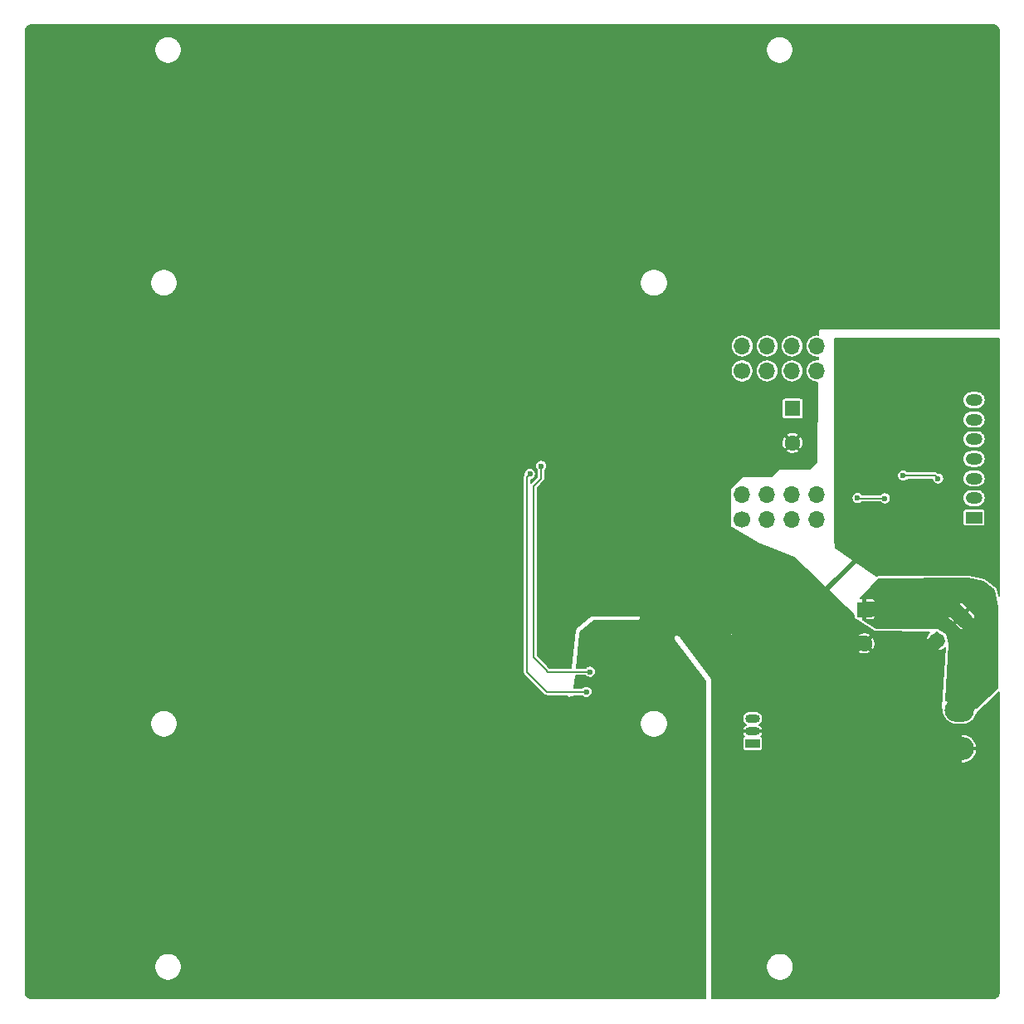
<source format=gbr>
G04 #@! TF.GenerationSoftware,KiCad,Pcbnew,(5.1.2)-2*
G04 #@! TF.CreationDate,2019-09-12T15:30:06+01:00*
G04 #@! TF.ProjectId,DCStepDown,44435374-6570-4446-9f77-6e2e6b696361,rev?*
G04 #@! TF.SameCoordinates,Original*
G04 #@! TF.FileFunction,Copper,L2,Bot*
G04 #@! TF.FilePolarity,Positive*
%FSLAX46Y46*%
G04 Gerber Fmt 4.6, Leading zero omitted, Abs format (unit mm)*
G04 Created by KiCad (PCBNEW (5.1.2)-2) date 2019-09-12 15:30:06*
%MOMM*%
%LPD*%
G04 APERTURE LIST*
%ADD10O,3.000000X2.350000*%
%ADD11R,1.600000X1.600000*%
%ADD12C,1.600000*%
%ADD13C,0.100000*%
%ADD14C,1.700000*%
%ADD15O,1.700000X1.700000*%
%ADD16R,1.700000X1.200000*%
%ADD17O,1.700000X1.200000*%
%ADD18O,1.500000X0.900000*%
%ADD19R,1.500000X0.900000*%
%ADD20C,0.600000*%
%ADD21C,0.200000*%
%ADD22C,0.700000*%
%ADD23C,0.500000*%
%ADD24C,1.500000*%
G04 APERTURE END LIST*
D10*
X162200000Y-128550000D03*
X162200000Y-124590000D03*
D11*
X152550000Y-114375000D03*
D12*
X152550000Y-117875000D03*
X162350000Y-115025000D03*
D13*
G36*
X162350000Y-113893629D02*
G01*
X163481371Y-115025000D01*
X162350000Y-116156371D01*
X161218629Y-115025000D01*
X162350000Y-113893629D01*
X162350000Y-113893629D01*
G37*
D12*
X159875126Y-117499874D03*
D14*
X140000000Y-105150000D03*
D15*
X140000000Y-102610000D03*
X142540000Y-105150000D03*
X142540000Y-102610000D03*
X145080000Y-105150000D03*
X145080000Y-102610000D03*
X147620000Y-105150000D03*
X147620000Y-102610000D03*
D16*
X163675000Y-104975000D03*
D17*
X163675000Y-102975000D03*
X163675000Y-100975000D03*
X163675000Y-98975000D03*
X163675000Y-96975000D03*
X163675000Y-94975000D03*
X163675000Y-92975000D03*
D18*
X141075000Y-126755000D03*
X141075000Y-125485000D03*
D19*
X141075000Y-128025000D03*
D11*
X145150000Y-93850000D03*
D12*
X145150000Y-97350000D03*
D14*
X140000000Y-120500000D03*
D15*
X140000000Y-117960000D03*
X142540000Y-120500000D03*
X142540000Y-117960000D03*
X145080000Y-120500000D03*
X145080000Y-117960000D03*
X147620000Y-120500000D03*
X147620000Y-117960000D03*
D14*
X140000000Y-90000000D03*
D15*
X140000000Y-87460000D03*
X142540000Y-90000000D03*
X142540000Y-87460000D03*
X145080000Y-90000000D03*
X145080000Y-87460000D03*
X147620000Y-90000000D03*
X147620000Y-87460000D03*
D20*
X124475000Y-120700000D03*
X119500000Y-99700000D03*
X133030000Y-115360000D03*
X132080000Y-115360000D03*
X130180000Y-115360000D03*
X133030000Y-116310000D03*
X132080000Y-116310000D03*
X131080000Y-116310000D03*
X126790000Y-91980000D03*
X126790000Y-90980000D03*
X126790000Y-89980000D03*
X126790000Y-88980000D03*
X125790000Y-88980000D03*
X125790000Y-89980000D03*
X125790000Y-90980000D03*
X125790000Y-91980000D03*
X125790000Y-92980000D03*
X126790000Y-92980000D03*
X143000000Y-98000000D03*
X141000000Y-98000000D03*
X141000000Y-100000000D03*
X139000000Y-100000000D03*
X127980000Y-112710000D03*
X126980000Y-112710000D03*
X125980000Y-112710000D03*
X125980000Y-111710000D03*
X124980000Y-111710000D03*
X124980000Y-112710000D03*
X124980000Y-113710000D03*
X123980000Y-113710000D03*
X123980000Y-112710000D03*
X125900000Y-109710000D03*
X125980000Y-108710000D03*
X124980000Y-108710000D03*
X124980000Y-107710000D03*
X125980000Y-107710000D03*
X126980000Y-113710000D03*
X127980000Y-113710000D03*
X125980000Y-113710000D03*
X127980000Y-111710000D03*
X131135000Y-115355000D03*
X125790000Y-87980000D03*
X125790000Y-86980000D03*
X126790000Y-86980000D03*
X126790000Y-87980000D03*
X137000000Y-100000000D03*
X137000000Y-98000000D03*
X141000000Y-96000000D03*
X143000000Y-96000000D03*
X131730000Y-121490000D03*
X126800000Y-86000000D03*
X125800000Y-86000000D03*
X126800000Y-94000000D03*
X125800000Y-94000000D03*
X125800000Y-95000000D03*
X126800000Y-95000000D03*
X127800000Y-94000000D03*
X127800000Y-95000000D03*
X136000000Y-102000000D03*
X134000000Y-100000000D03*
X134000000Y-102000000D03*
X132000000Y-102000000D03*
X132000000Y-100000000D03*
X130000000Y-102000000D03*
X130000000Y-100000000D03*
X128000000Y-102000000D03*
X128000000Y-100000000D03*
X136000000Y-104000000D03*
X134000000Y-104000000D03*
X132000000Y-104000000D03*
X130000000Y-104000000D03*
X128000000Y-104000000D03*
X124000000Y-111700000D03*
X126000000Y-106700000D03*
X125000000Y-106700000D03*
X125000000Y-105700000D03*
X126000000Y-105700000D03*
X124600000Y-116450000D03*
X130180000Y-116310000D03*
X125500000Y-121300000D03*
X127000000Y-114600000D03*
X126000000Y-114600000D03*
X125000000Y-114600000D03*
X124000000Y-114600000D03*
X127000000Y-110700000D03*
X123000000Y-114600000D03*
X123000000Y-113700000D03*
X123000000Y-112700000D03*
X123000000Y-111700000D03*
X123000000Y-110700000D03*
X139000000Y-96000000D03*
X124000000Y-110700000D03*
X125000000Y-110700000D03*
X125000000Y-109700000D03*
X124000000Y-109700000D03*
X90000000Y-90000000D03*
X90000000Y-85000000D03*
X90000000Y-80000000D03*
X105000000Y-80000000D03*
X100000000Y-80000000D03*
X95000000Y-80000000D03*
X95000000Y-85000000D03*
X100000000Y-85000000D03*
X105000000Y-85000000D03*
X105000000Y-90000000D03*
X100000000Y-90000000D03*
X95000000Y-90000000D03*
X90000000Y-95000000D03*
X95000000Y-95000000D03*
X100000000Y-95000000D03*
X105000000Y-95000000D03*
X105000000Y-100000000D03*
X100000000Y-100000000D03*
X95000000Y-100000000D03*
X90000000Y-100000000D03*
X90000000Y-105000000D03*
X95000000Y-105000000D03*
X100000000Y-105000000D03*
X105000000Y-105000000D03*
X105000000Y-110000000D03*
X100000000Y-110000000D03*
X95000000Y-110000000D03*
X90000000Y-110000000D03*
X90000000Y-115000000D03*
X95000000Y-115000000D03*
X100000000Y-115000000D03*
X105000000Y-115000000D03*
X105000000Y-120000000D03*
X100000000Y-120000000D03*
X95000000Y-120000000D03*
X90000000Y-120000000D03*
X90000000Y-125000000D03*
X95000000Y-125000000D03*
X100000000Y-125000000D03*
X105000000Y-125000000D03*
X85000000Y-90000000D03*
X85000000Y-95000000D03*
X85000000Y-100000000D03*
X85000000Y-105000000D03*
X85000000Y-110000000D03*
X80000000Y-110000000D03*
X80000000Y-105000000D03*
X80000000Y-100000000D03*
X80000000Y-95000000D03*
X80000000Y-90000000D03*
X75000000Y-90000000D03*
X75000000Y-95000000D03*
X75000000Y-100000000D03*
X75000000Y-105000000D03*
X75000000Y-110000000D03*
X117000000Y-103000000D03*
X117000000Y-105000000D03*
X117000000Y-107000000D03*
X117000000Y-109000000D03*
X117000000Y-111000000D03*
X117000000Y-113000000D03*
X117000000Y-115000000D03*
X117000000Y-117000000D03*
X117000000Y-119000000D03*
X117000000Y-121000000D03*
X119000000Y-123000000D03*
X117000000Y-123000000D03*
X115000000Y-121000000D03*
X115000000Y-123000000D03*
X115000000Y-111000000D03*
X115000000Y-109000000D03*
X115000000Y-107000000D03*
X115000000Y-105000000D03*
X115000000Y-103000000D03*
X115000000Y-101000000D03*
X113000000Y-101000000D03*
X113000000Y-103000000D03*
X113000000Y-105000000D03*
X117000000Y-101000000D03*
X113000000Y-107000000D03*
X115000000Y-113000000D03*
X113000000Y-123000000D03*
X143000000Y-100000000D03*
X113000000Y-109000000D03*
X113000000Y-111000000D03*
X113000000Y-113000000D03*
X115000000Y-115000000D03*
X115000000Y-117000000D03*
X115000000Y-119000000D03*
X113000000Y-121000000D03*
X113000000Y-119000000D03*
X113000000Y-115000000D03*
X113000000Y-117000000D03*
X85000000Y-115000000D03*
X85000000Y-120000000D03*
X80000000Y-115000000D03*
X80000000Y-120000000D03*
X75000000Y-115000000D03*
X75000000Y-120000000D03*
X158375000Y-104925000D03*
X153350000Y-106225000D03*
X159725000Y-102125000D03*
X159949998Y-93050000D03*
X160000000Y-94900000D03*
X160000000Y-96875000D03*
X159924998Y-99000000D03*
X124125000Y-122750000D03*
X118350000Y-100525000D03*
X160000000Y-100975000D03*
X156425000Y-100675000D03*
X154575000Y-103000000D03*
X151775000Y-102975000D03*
D21*
X120200000Y-120700000D02*
X120000000Y-120500000D01*
X124475000Y-120700000D02*
X120200000Y-120700000D01*
X119500000Y-100575000D02*
X119500000Y-99700000D01*
X119500000Y-100575000D02*
X119500000Y-100975000D01*
X119500000Y-100975000D02*
X118725000Y-101750000D01*
X118725000Y-119225000D02*
X119600000Y-120100000D01*
X118725000Y-101750000D02*
X118725000Y-119225000D01*
X119600000Y-120100000D02*
X120000000Y-120500000D01*
X131730000Y-116960000D02*
X131080000Y-116310000D01*
X131730000Y-121490000D02*
X131730000Y-116960000D01*
D22*
X140000000Y-117960000D02*
X140000000Y-120500000D01*
X142540000Y-117960000D02*
X142540000Y-120500000D01*
X145080000Y-117960000D02*
X145080000Y-120500000D01*
X147620000Y-117960000D02*
X147620000Y-120500000D01*
X147620000Y-120500000D02*
X145080000Y-120500000D01*
X145080000Y-120500000D02*
X142540000Y-120500000D01*
X147620000Y-117960000D02*
X145080000Y-117960000D01*
X145080000Y-117960000D02*
X142540000Y-117960000D01*
X142540000Y-117960000D02*
X140000000Y-117960000D01*
X140000000Y-120500000D02*
X142540000Y-120500000D01*
D21*
X130040000Y-116450000D02*
X130180000Y-116310000D01*
X124600000Y-116450000D02*
X130040000Y-116450000D01*
X130180000Y-116620000D02*
X130180000Y-116310000D01*
X125500000Y-121300000D02*
X130180000Y-116620000D01*
X158375000Y-104925000D02*
X157950736Y-104925000D01*
D23*
X148469999Y-117110001D02*
X148469999Y-112480001D01*
X147620000Y-117960000D02*
X148469999Y-117110001D01*
X148469999Y-112480001D02*
X153350000Y-107600000D01*
X153350000Y-107600000D02*
X153350000Y-106225000D01*
D21*
X155074264Y-104925000D02*
X155125000Y-104925000D01*
X153774264Y-106225000D02*
X155074264Y-104925000D01*
X153350000Y-106225000D02*
X153774264Y-106225000D01*
X157950736Y-104925000D02*
X155125000Y-104925000D01*
X158375000Y-104925000D02*
X158375000Y-103475000D01*
X158375000Y-103475000D02*
X159725000Y-102125000D01*
X160149264Y-102125000D02*
X160775000Y-101499264D01*
X159725000Y-102125000D02*
X160149264Y-102125000D01*
X160775000Y-93875002D02*
X159949998Y-93050000D01*
X160499264Y-94975000D02*
X160775000Y-94975000D01*
X160424264Y-94900000D02*
X160499264Y-94975000D01*
X160000000Y-94900000D02*
X160424264Y-94900000D01*
X160775000Y-94975000D02*
X160775000Y-93875002D01*
X160499264Y-96800000D02*
X160775000Y-96800000D01*
X160424264Y-96875000D02*
X160499264Y-96800000D01*
X160000000Y-96875000D02*
X160424264Y-96875000D01*
X160775000Y-96800000D02*
X160775000Y-94975000D01*
X160374262Y-99025000D02*
X160775000Y-99025000D01*
X160349262Y-99000000D02*
X160374262Y-99025000D01*
X159924998Y-99000000D02*
X160349262Y-99000000D01*
X160775000Y-101499264D02*
X160775000Y-99025000D01*
X160775000Y-99025000D02*
X160775000Y-96800000D01*
D24*
X159075127Y-118299873D02*
X157275127Y-118299873D01*
X159875126Y-117499874D02*
X159075127Y-118299873D01*
X155075000Y-120500000D02*
X147620000Y-120500000D01*
X157275127Y-118299873D02*
X155075000Y-120500000D01*
X147780000Y-117800000D02*
X147620000Y-117960000D01*
X152475000Y-117800000D02*
X147780000Y-117800000D01*
X162200000Y-128550000D02*
X162200000Y-128450000D01*
X162200000Y-128450000D02*
X160725000Y-126975000D01*
X154095000Y-126975000D02*
X147620000Y-120500000D01*
X157625000Y-126975000D02*
X157475000Y-126975000D01*
X159200000Y-128550000D02*
X157625000Y-126975000D01*
X162200000Y-128550000D02*
X159200000Y-128550000D01*
X160725000Y-126975000D02*
X157475000Y-126975000D01*
X157475000Y-126975000D02*
X154095000Y-126975000D01*
X162200000Y-128550000D02*
X162200000Y-128750000D01*
X162200000Y-128750000D02*
X161000000Y-129950000D01*
X160600000Y-129950000D02*
X159200000Y-128550000D01*
X161000000Y-129950000D02*
X160600000Y-129950000D01*
X162200000Y-124590000D02*
X162200000Y-121915000D01*
X164400000Y-117075000D02*
X162350000Y-115025000D01*
X164400000Y-119715000D02*
X164400000Y-117075000D01*
X161713605Y-114388605D02*
X156838605Y-114388605D01*
X162350000Y-115025000D02*
X161713605Y-114388605D01*
X156750000Y-114300000D02*
X152475000Y-114300000D01*
X156838605Y-114388605D02*
X156750000Y-114300000D01*
X162200000Y-124590000D02*
X162360000Y-124590000D01*
X162200000Y-124590000D02*
X162560000Y-124590000D01*
X163682500Y-123467500D02*
X163682500Y-120432500D01*
X162560000Y-124590000D02*
X163682500Y-123467500D01*
X162200000Y-121915000D02*
X163682500Y-120432500D01*
X163682500Y-120432500D02*
X164400000Y-119715000D01*
D22*
X162200000Y-124590000D02*
X162200000Y-124575000D01*
X162200000Y-124575000D02*
X161125000Y-123500000D01*
X162200000Y-122425000D02*
X162200000Y-121915000D01*
X161125000Y-123500000D02*
X162200000Y-122425000D01*
D21*
X120050000Y-122750000D02*
X124125000Y-122750000D01*
X118350000Y-100525000D02*
X118050001Y-100824999D01*
X118050001Y-120750001D02*
X118150000Y-120850000D01*
X118050001Y-118675001D02*
X118050001Y-120750001D01*
X118150000Y-120850000D02*
X120050000Y-122750000D01*
X118050001Y-118675001D02*
X118050001Y-118800001D01*
X118050001Y-100824999D02*
X118050001Y-118675001D01*
X160000000Y-100975000D02*
X159700000Y-100675000D01*
X159700000Y-100675000D02*
X156425000Y-100675000D01*
X154575000Y-103000000D02*
X151800000Y-103000000D01*
X151800000Y-103000000D02*
X151775000Y-102975000D01*
G36*
X164656081Y-111542757D02*
G01*
X165685092Y-112356395D01*
X166075000Y-114110979D01*
X166075000Y-122332701D01*
X163936139Y-124408655D01*
X163962845Y-124261021D01*
X163925991Y-124117930D01*
X163806975Y-123853681D01*
X163638693Y-123617728D01*
X163427613Y-123419139D01*
X163181846Y-123265546D01*
X162910837Y-123162851D01*
X162625000Y-123115000D01*
X162300000Y-123115000D01*
X162300000Y-124490000D01*
X162320000Y-124490000D01*
X162320000Y-124564127D01*
X162080000Y-124530127D01*
X162080000Y-124490000D01*
X162100000Y-124490000D01*
X162100000Y-123115000D01*
X161775000Y-123115000D01*
X161489163Y-123162851D01*
X161218154Y-123265546D01*
X160972387Y-123419139D01*
X160775084Y-123604766D01*
X161124815Y-117856072D01*
X161124082Y-117836483D01*
X161121787Y-117824854D01*
X160856787Y-116804854D01*
X160850021Y-116786455D01*
X160839797Y-116769730D01*
X160826505Y-116755320D01*
X160808975Y-116742814D01*
X159998975Y-116287814D01*
X159981025Y-116279934D01*
X159961882Y-116275708D01*
X159950794Y-116275003D01*
X153679483Y-116225231D01*
X153043470Y-115820495D01*
X161695926Y-115820495D01*
X161695926Y-115926561D01*
X162136841Y-116369530D01*
X162182522Y-116407019D01*
X162234640Y-116434876D01*
X162291190Y-116452031D01*
X162350000Y-116457823D01*
X162408810Y-116452031D01*
X162465360Y-116434876D01*
X162517478Y-116407019D01*
X162563159Y-116369530D01*
X163004074Y-115926561D01*
X163004074Y-115820495D01*
X162350000Y-115166421D01*
X161695926Y-115820495D01*
X153043470Y-115820495D01*
X152332158Y-115367842D01*
X152375000Y-115325000D01*
X152375000Y-114400000D01*
X152575000Y-114400000D01*
X152575000Y-115325000D01*
X152650000Y-115400000D01*
X153275000Y-115401452D01*
X153333810Y-115395660D01*
X153390361Y-115378505D01*
X153442478Y-115350648D01*
X153488159Y-115313159D01*
X153525648Y-115267478D01*
X153553505Y-115215361D01*
X153570660Y-115158810D01*
X153576452Y-115100000D01*
X153576278Y-115025000D01*
X160917177Y-115025000D01*
X160922969Y-115083810D01*
X160940124Y-115140360D01*
X160967981Y-115192478D01*
X161005470Y-115238159D01*
X161448439Y-115679074D01*
X161554505Y-115679074D01*
X162208579Y-115025000D01*
X162491421Y-115025000D01*
X163145495Y-115679074D01*
X163251561Y-115679074D01*
X163694530Y-115238159D01*
X163732019Y-115192478D01*
X163759876Y-115140360D01*
X163777031Y-115083810D01*
X163782823Y-115025000D01*
X163777031Y-114966190D01*
X163759876Y-114909640D01*
X163732019Y-114857522D01*
X163694530Y-114811841D01*
X163251561Y-114370926D01*
X163145495Y-114370926D01*
X162491421Y-115025000D01*
X162208579Y-115025000D01*
X161554505Y-114370926D01*
X161448439Y-114370926D01*
X161005470Y-114811841D01*
X160967981Y-114857522D01*
X160940124Y-114909640D01*
X160922969Y-114966190D01*
X160917177Y-115025000D01*
X153576278Y-115025000D01*
X153575000Y-114475000D01*
X153500000Y-114400000D01*
X152575000Y-114400000D01*
X152375000Y-114400000D01*
X152355000Y-114400000D01*
X152355000Y-114200000D01*
X152375000Y-114200000D01*
X152375000Y-113275000D01*
X152575000Y-113275000D01*
X152575000Y-114200000D01*
X153500000Y-114200000D01*
X153575000Y-114125000D01*
X153575003Y-114123439D01*
X161695926Y-114123439D01*
X161695926Y-114229505D01*
X162350000Y-114883579D01*
X163004074Y-114229505D01*
X163004074Y-114123439D01*
X162563159Y-113680470D01*
X162517478Y-113642981D01*
X162465360Y-113615124D01*
X162408810Y-113597969D01*
X162350000Y-113592177D01*
X162291190Y-113597969D01*
X162234640Y-113615124D01*
X162182522Y-113642981D01*
X162136841Y-113680470D01*
X161695926Y-114123439D01*
X153575003Y-114123439D01*
X153576452Y-113500000D01*
X153570660Y-113441190D01*
X153553505Y-113384639D01*
X153525648Y-113332522D01*
X153488159Y-113286841D01*
X153442478Y-113249352D01*
X153390361Y-113221495D01*
X153333810Y-113204340D01*
X153275000Y-113198548D01*
X152650000Y-113200000D01*
X152575000Y-113275000D01*
X152375000Y-113275000D01*
X152300000Y-113200000D01*
X152119820Y-113199581D01*
X153968475Y-111224882D01*
X163089326Y-111200030D01*
X164656081Y-111542757D01*
X164656081Y-111542757D01*
G37*
X164656081Y-111542757D02*
X165685092Y-112356395D01*
X166075000Y-114110979D01*
X166075000Y-122332701D01*
X163936139Y-124408655D01*
X163962845Y-124261021D01*
X163925991Y-124117930D01*
X163806975Y-123853681D01*
X163638693Y-123617728D01*
X163427613Y-123419139D01*
X163181846Y-123265546D01*
X162910837Y-123162851D01*
X162625000Y-123115000D01*
X162300000Y-123115000D01*
X162300000Y-124490000D01*
X162320000Y-124490000D01*
X162320000Y-124564127D01*
X162080000Y-124530127D01*
X162080000Y-124490000D01*
X162100000Y-124490000D01*
X162100000Y-123115000D01*
X161775000Y-123115000D01*
X161489163Y-123162851D01*
X161218154Y-123265546D01*
X160972387Y-123419139D01*
X160775084Y-123604766D01*
X161124815Y-117856072D01*
X161124082Y-117836483D01*
X161121787Y-117824854D01*
X160856787Y-116804854D01*
X160850021Y-116786455D01*
X160839797Y-116769730D01*
X160826505Y-116755320D01*
X160808975Y-116742814D01*
X159998975Y-116287814D01*
X159981025Y-116279934D01*
X159961882Y-116275708D01*
X159950794Y-116275003D01*
X153679483Y-116225231D01*
X153043470Y-115820495D01*
X161695926Y-115820495D01*
X161695926Y-115926561D01*
X162136841Y-116369530D01*
X162182522Y-116407019D01*
X162234640Y-116434876D01*
X162291190Y-116452031D01*
X162350000Y-116457823D01*
X162408810Y-116452031D01*
X162465360Y-116434876D01*
X162517478Y-116407019D01*
X162563159Y-116369530D01*
X163004074Y-115926561D01*
X163004074Y-115820495D01*
X162350000Y-115166421D01*
X161695926Y-115820495D01*
X153043470Y-115820495D01*
X152332158Y-115367842D01*
X152375000Y-115325000D01*
X152375000Y-114400000D01*
X152575000Y-114400000D01*
X152575000Y-115325000D01*
X152650000Y-115400000D01*
X153275000Y-115401452D01*
X153333810Y-115395660D01*
X153390361Y-115378505D01*
X153442478Y-115350648D01*
X153488159Y-115313159D01*
X153525648Y-115267478D01*
X153553505Y-115215361D01*
X153570660Y-115158810D01*
X153576452Y-115100000D01*
X153576278Y-115025000D01*
X160917177Y-115025000D01*
X160922969Y-115083810D01*
X160940124Y-115140360D01*
X160967981Y-115192478D01*
X161005470Y-115238159D01*
X161448439Y-115679074D01*
X161554505Y-115679074D01*
X162208579Y-115025000D01*
X162491421Y-115025000D01*
X163145495Y-115679074D01*
X163251561Y-115679074D01*
X163694530Y-115238159D01*
X163732019Y-115192478D01*
X163759876Y-115140360D01*
X163777031Y-115083810D01*
X163782823Y-115025000D01*
X163777031Y-114966190D01*
X163759876Y-114909640D01*
X163732019Y-114857522D01*
X163694530Y-114811841D01*
X163251561Y-114370926D01*
X163145495Y-114370926D01*
X162491421Y-115025000D01*
X162208579Y-115025000D01*
X161554505Y-114370926D01*
X161448439Y-114370926D01*
X161005470Y-114811841D01*
X160967981Y-114857522D01*
X160940124Y-114909640D01*
X160922969Y-114966190D01*
X160917177Y-115025000D01*
X153576278Y-115025000D01*
X153575000Y-114475000D01*
X153500000Y-114400000D01*
X152575000Y-114400000D01*
X152375000Y-114400000D01*
X152355000Y-114400000D01*
X152355000Y-114200000D01*
X152375000Y-114200000D01*
X152375000Y-113275000D01*
X152575000Y-113275000D01*
X152575000Y-114200000D01*
X153500000Y-114200000D01*
X153575000Y-114125000D01*
X153575003Y-114123439D01*
X161695926Y-114123439D01*
X161695926Y-114229505D01*
X162350000Y-114883579D01*
X163004074Y-114229505D01*
X163004074Y-114123439D01*
X162563159Y-113680470D01*
X162517478Y-113642981D01*
X162465360Y-113615124D01*
X162408810Y-113597969D01*
X162350000Y-113592177D01*
X162291190Y-113597969D01*
X162234640Y-113615124D01*
X162182522Y-113642981D01*
X162136841Y-113680470D01*
X161695926Y-114123439D01*
X153575003Y-114123439D01*
X153576452Y-113500000D01*
X153570660Y-113441190D01*
X153553505Y-113384639D01*
X153525648Y-113332522D01*
X153488159Y-113286841D01*
X153442478Y-113249352D01*
X153390361Y-113221495D01*
X153333810Y-113204340D01*
X153275000Y-113198548D01*
X152650000Y-113200000D01*
X152575000Y-113275000D01*
X152375000Y-113275000D01*
X152300000Y-113200000D01*
X152119820Y-113199581D01*
X153968475Y-111224882D01*
X163089326Y-111200030D01*
X164656081Y-111542757D01*
G36*
X148625000Y-121575000D02*
G01*
X138975000Y-121575000D01*
X138975000Y-116950000D01*
X148625000Y-116950000D01*
X148625000Y-121575000D01*
X148625000Y-121575000D01*
G37*
X148625000Y-121575000D02*
X138975000Y-121575000D01*
X138975000Y-116950000D01*
X148625000Y-116950000D01*
X148625000Y-121575000D01*
G36*
X165680805Y-54709384D02*
G01*
X165806629Y-54747373D01*
X165922675Y-54809076D01*
X166024532Y-54892148D01*
X166108310Y-54993418D01*
X166170819Y-55109027D01*
X166209686Y-55234586D01*
X166225001Y-55380295D01*
X166225000Y-78184039D01*
X166225000Y-85725000D01*
X147900000Y-85725000D01*
X147881938Y-85726645D01*
X147863097Y-85732058D01*
X147845674Y-85741044D01*
X147830339Y-85753255D01*
X147817680Y-85768224D01*
X147808186Y-85785375D01*
X147802220Y-85804048D01*
X147800011Y-85823527D01*
X147792675Y-86321443D01*
X147676492Y-86310000D01*
X147563508Y-86310000D01*
X147394561Y-86326640D01*
X147177785Y-86392398D01*
X146978003Y-86499184D01*
X146802893Y-86642893D01*
X146659184Y-86818003D01*
X146552398Y-87017785D01*
X146486640Y-87234561D01*
X146464436Y-87460000D01*
X146486640Y-87685439D01*
X146552398Y-87902215D01*
X146659184Y-88101997D01*
X146802893Y-88277107D01*
X146978003Y-88420816D01*
X147177785Y-88527602D01*
X147394561Y-88593360D01*
X147563508Y-88610000D01*
X147676492Y-88610000D01*
X147759078Y-88601866D01*
X147755308Y-88857763D01*
X147676492Y-88850000D01*
X147563508Y-88850000D01*
X147394561Y-88866640D01*
X147177785Y-88932398D01*
X146978003Y-89039184D01*
X146802893Y-89182893D01*
X146659184Y-89358003D01*
X146552398Y-89557785D01*
X146486640Y-89774561D01*
X146464436Y-90000000D01*
X146486640Y-90225439D01*
X146552398Y-90442215D01*
X146659184Y-90641997D01*
X146802893Y-90817107D01*
X146978003Y-90960816D01*
X147177785Y-91067602D01*
X147394561Y-91133360D01*
X147563508Y-91150000D01*
X147676492Y-91150000D01*
X147721602Y-91145557D01*
X147600638Y-99355948D01*
X146910583Y-100000000D01*
X143850000Y-100000000D01*
X143830491Y-100001921D01*
X143811732Y-100007612D01*
X143794443Y-100016853D01*
X143779289Y-100029289D01*
X143058578Y-100750000D01*
X140150000Y-100750000D01*
X140132417Y-100751558D01*
X140113550Y-100756880D01*
X140096084Y-100765780D01*
X140080689Y-100777917D01*
X138780689Y-102027917D01*
X138766853Y-102044443D01*
X138757612Y-102061732D01*
X138751921Y-102080491D01*
X138750000Y-102100000D01*
X138750000Y-105800000D01*
X138752986Y-105824254D01*
X138759581Y-105842714D01*
X138769652Y-105859533D01*
X138782810Y-105874064D01*
X138798550Y-105885749D01*
X141673550Y-107610749D01*
X141688415Y-107618067D01*
X145294804Y-109035751D01*
X151373549Y-114921520D01*
X151373549Y-115100000D01*
X151379341Y-115158810D01*
X151396496Y-115215360D01*
X151424353Y-115267477D01*
X151461842Y-115313158D01*
X151507523Y-115350647D01*
X151559640Y-115378504D01*
X151616190Y-115395659D01*
X151633497Y-115397364D01*
X153488937Y-116578098D01*
X153532999Y-116601244D01*
X153589140Y-116618762D01*
X153647619Y-116624991D01*
X159154129Y-116668693D01*
X159054477Y-116759420D01*
X158925790Y-116933748D01*
X158833586Y-117129832D01*
X158803533Y-117228904D01*
X158849668Y-117399874D01*
X159775126Y-117399874D01*
X159775126Y-116673622D01*
X159870401Y-116674378D01*
X159975126Y-116733205D01*
X159975126Y-117258450D01*
X159889267Y-117344309D01*
X160030691Y-117485733D01*
X160116550Y-117399874D01*
X160598095Y-117399874D01*
X160650056Y-117599874D01*
X159975126Y-117599874D01*
X159975126Y-118525332D01*
X160146096Y-118571467D01*
X160349947Y-118498013D01*
X160535551Y-118386201D01*
X160695775Y-118240328D01*
X160701142Y-118233058D01*
X160325554Y-124406783D01*
X160325464Y-124441677D01*
X160334473Y-124499793D01*
X160354647Y-124555035D01*
X160385210Y-124605280D01*
X160395469Y-124616452D01*
X160421343Y-124879150D01*
X160505685Y-125157189D01*
X160642649Y-125413431D01*
X160826972Y-125638028D01*
X161051569Y-125822351D01*
X161307811Y-125959315D01*
X161585850Y-126043657D01*
X161802548Y-126065000D01*
X162597452Y-126065000D01*
X162814150Y-126043657D01*
X163092189Y-125959315D01*
X163348431Y-125822351D01*
X163573028Y-125638028D01*
X163757351Y-125413431D01*
X163894315Y-125157189D01*
X163959024Y-124943872D01*
X166225001Y-122744541D01*
X166225001Y-129684039D01*
X166225000Y-153354104D01*
X166210616Y-153500805D01*
X166172627Y-153626629D01*
X166110924Y-153742675D01*
X166027853Y-153844531D01*
X165926586Y-153928307D01*
X165810973Y-153990819D01*
X165685410Y-154029687D01*
X165539716Y-154045000D01*
X136950000Y-154045000D01*
X136950000Y-150662112D01*
X142450000Y-150662112D01*
X142450000Y-150937888D01*
X142503801Y-151208365D01*
X142609336Y-151463149D01*
X142762549Y-151692448D01*
X142957552Y-151887451D01*
X143186851Y-152040664D01*
X143441635Y-152146199D01*
X143712112Y-152200000D01*
X143987888Y-152200000D01*
X144258365Y-152146199D01*
X144513149Y-152040664D01*
X144742448Y-151887451D01*
X144937451Y-151692448D01*
X145090664Y-151463149D01*
X145196199Y-151208365D01*
X145250000Y-150937888D01*
X145250000Y-150662112D01*
X145196199Y-150391635D01*
X145090664Y-150136851D01*
X144937451Y-149907552D01*
X144742448Y-149712549D01*
X144513149Y-149559336D01*
X144258365Y-149453801D01*
X143987888Y-149400000D01*
X143712112Y-149400000D01*
X143441635Y-149453801D01*
X143186851Y-149559336D01*
X142957552Y-149712549D01*
X142762549Y-149907552D01*
X142609336Y-150136851D01*
X142503801Y-150391635D01*
X142450000Y-150662112D01*
X136950000Y-150662112D01*
X136950000Y-128878979D01*
X160437155Y-128878979D01*
X160474009Y-129022070D01*
X160593025Y-129286319D01*
X160761307Y-129522272D01*
X160972387Y-129720861D01*
X161218154Y-129874454D01*
X161489163Y-129977149D01*
X161775000Y-130025000D01*
X162100000Y-130025000D01*
X162100000Y-128650000D01*
X162300000Y-128650000D01*
X162300000Y-130025000D01*
X162625000Y-130025000D01*
X162910837Y-129977149D01*
X163181846Y-129874454D01*
X163427613Y-129720861D01*
X163638693Y-129522272D01*
X163806975Y-129286319D01*
X163925991Y-129022070D01*
X163962845Y-128878979D01*
X163921424Y-128650000D01*
X162300000Y-128650000D01*
X162100000Y-128650000D01*
X160478576Y-128650000D01*
X160437155Y-128878979D01*
X136950000Y-128878979D01*
X136950000Y-127575000D01*
X140023549Y-127575000D01*
X140023549Y-128475000D01*
X140029341Y-128533810D01*
X140046496Y-128590360D01*
X140074353Y-128642477D01*
X140111842Y-128688158D01*
X140157523Y-128725647D01*
X140209640Y-128753504D01*
X140266190Y-128770659D01*
X140325000Y-128776451D01*
X141825000Y-128776451D01*
X141883810Y-128770659D01*
X141940360Y-128753504D01*
X141992477Y-128725647D01*
X142038158Y-128688158D01*
X142075647Y-128642477D01*
X142103504Y-128590360D01*
X142120659Y-128533810D01*
X142126451Y-128475000D01*
X142126451Y-128221021D01*
X160437155Y-128221021D01*
X160478576Y-128450000D01*
X162100000Y-128450000D01*
X162100000Y-127075000D01*
X162300000Y-127075000D01*
X162300000Y-128450000D01*
X163921424Y-128450000D01*
X163962845Y-128221021D01*
X163925991Y-128077930D01*
X163806975Y-127813681D01*
X163638693Y-127577728D01*
X163427613Y-127379139D01*
X163181846Y-127225546D01*
X162910837Y-127122851D01*
X162625000Y-127075000D01*
X162300000Y-127075000D01*
X162100000Y-127075000D01*
X161775000Y-127075000D01*
X161489163Y-127122851D01*
X161218154Y-127225546D01*
X160972387Y-127379139D01*
X160761307Y-127577728D01*
X160593025Y-127813681D01*
X160474009Y-128077930D01*
X160437155Y-128221021D01*
X142126451Y-128221021D01*
X142126451Y-127575000D01*
X142120659Y-127516190D01*
X142103504Y-127459640D01*
X142075647Y-127407523D01*
X142038158Y-127361842D01*
X141992477Y-127324353D01*
X141940360Y-127296496D01*
X141908601Y-127286862D01*
X141976040Y-127214619D01*
X142054158Y-127088530D01*
X142093508Y-126970047D01*
X142042551Y-126855000D01*
X141175000Y-126855000D01*
X141175000Y-126875000D01*
X140975000Y-126875000D01*
X140975000Y-126855000D01*
X140107449Y-126855000D01*
X140056492Y-126970047D01*
X140095842Y-127088530D01*
X140173960Y-127214619D01*
X140241399Y-127286862D01*
X140209640Y-127296496D01*
X140157523Y-127324353D01*
X140111842Y-127361842D01*
X140074353Y-127407523D01*
X140046496Y-127459640D01*
X140029341Y-127516190D01*
X140023549Y-127575000D01*
X136950000Y-127575000D01*
X136950000Y-125485000D01*
X140021372Y-125485000D01*
X140035853Y-125632026D01*
X140078739Y-125773401D01*
X140148381Y-125903693D01*
X140242105Y-126017895D01*
X140356307Y-126111619D01*
X140369864Y-126118865D01*
X140275176Y-126186955D01*
X140173960Y-126295381D01*
X140095842Y-126421470D01*
X140056492Y-126539953D01*
X140107449Y-126655000D01*
X140975000Y-126655000D01*
X140975000Y-126635000D01*
X141175000Y-126635000D01*
X141175000Y-126655000D01*
X142042551Y-126655000D01*
X142093508Y-126539953D01*
X142054158Y-126421470D01*
X141976040Y-126295381D01*
X141874824Y-126186955D01*
X141780136Y-126118865D01*
X141793693Y-126111619D01*
X141907895Y-126017895D01*
X142001619Y-125903693D01*
X142071261Y-125773401D01*
X142114147Y-125632026D01*
X142128628Y-125485000D01*
X142114147Y-125337974D01*
X142071261Y-125196599D01*
X142001619Y-125066307D01*
X141907895Y-124952105D01*
X141793693Y-124858381D01*
X141663401Y-124788739D01*
X141522026Y-124745853D01*
X141411835Y-124735000D01*
X140738165Y-124735000D01*
X140627974Y-124745853D01*
X140486599Y-124788739D01*
X140356307Y-124858381D01*
X140242105Y-124952105D01*
X140148381Y-125066307D01*
X140078739Y-125196599D01*
X140035853Y-125337974D01*
X140021372Y-125485000D01*
X136950000Y-125485000D01*
X136950000Y-121976081D01*
X136959977Y-121512150D01*
X136956862Y-121485147D01*
X136950153Y-121466728D01*
X136939978Y-121449971D01*
X133599978Y-116999971D01*
X133585079Y-116984074D01*
X133515079Y-116924074D01*
X133501872Y-116914505D01*
X133484196Y-116906028D01*
X133465206Y-116901163D01*
X133335206Y-116881163D01*
X133324965Y-116880123D01*
X133305385Y-116881074D01*
X133286366Y-116885826D01*
X133146366Y-116935826D01*
X133121373Y-116948988D01*
X133106695Y-116961982D01*
X133094834Y-116977590D01*
X133014834Y-117107590D01*
X133005632Y-117126915D01*
X133000990Y-117145961D01*
X133000154Y-117165547D01*
X133010154Y-117345547D01*
X133013230Y-117365212D01*
X133020009Y-117383607D01*
X133030245Y-117400325D01*
X136270447Y-121684150D01*
X136274559Y-121992612D01*
X136226324Y-154045000D01*
X67565896Y-154045000D01*
X67419195Y-154030616D01*
X67293371Y-153992627D01*
X67177325Y-153930924D01*
X67075469Y-153847853D01*
X66991693Y-153746586D01*
X66929181Y-153630973D01*
X66890313Y-153505410D01*
X66875000Y-153359716D01*
X66875000Y-150662112D01*
X80025000Y-150662112D01*
X80025000Y-150937888D01*
X80078801Y-151208365D01*
X80184336Y-151463149D01*
X80337549Y-151692448D01*
X80532552Y-151887451D01*
X80761851Y-152040664D01*
X81016635Y-152146199D01*
X81287112Y-152200000D01*
X81562888Y-152200000D01*
X81833365Y-152146199D01*
X82088149Y-152040664D01*
X82317448Y-151887451D01*
X82512451Y-151692448D01*
X82665664Y-151463149D01*
X82771199Y-151208365D01*
X82825000Y-150937888D01*
X82825000Y-150662112D01*
X82771199Y-150391635D01*
X82665664Y-150136851D01*
X82512451Y-149907552D01*
X82317448Y-149712549D01*
X82088149Y-149559336D01*
X81833365Y-149453801D01*
X81562888Y-149400000D01*
X81287112Y-149400000D01*
X81016635Y-149453801D01*
X80761851Y-149559336D01*
X80532552Y-149712549D01*
X80337549Y-149907552D01*
X80184336Y-150136851D01*
X80078801Y-150391635D01*
X80025000Y-150662112D01*
X66875000Y-150662112D01*
X66875000Y-125862112D01*
X79600000Y-125862112D01*
X79600000Y-126137888D01*
X79653801Y-126408365D01*
X79759336Y-126663149D01*
X79912549Y-126892448D01*
X80107552Y-127087451D01*
X80336851Y-127240664D01*
X80591635Y-127346199D01*
X80862112Y-127400000D01*
X81137888Y-127400000D01*
X81408365Y-127346199D01*
X81663149Y-127240664D01*
X81892448Y-127087451D01*
X82087451Y-126892448D01*
X82240664Y-126663149D01*
X82346199Y-126408365D01*
X82400000Y-126137888D01*
X82400000Y-125862112D01*
X129600000Y-125862112D01*
X129600000Y-126137888D01*
X129653801Y-126408365D01*
X129759336Y-126663149D01*
X129912549Y-126892448D01*
X130107552Y-127087451D01*
X130336851Y-127240664D01*
X130591635Y-127346199D01*
X130862112Y-127400000D01*
X131137888Y-127400000D01*
X131408365Y-127346199D01*
X131663149Y-127240664D01*
X131892448Y-127087451D01*
X132087451Y-126892448D01*
X132240664Y-126663149D01*
X132346199Y-126408365D01*
X132400000Y-126137888D01*
X132400000Y-125862112D01*
X132346199Y-125591635D01*
X132240664Y-125336851D01*
X132087451Y-125107552D01*
X131892448Y-124912549D01*
X131663149Y-124759336D01*
X131408365Y-124653801D01*
X131137888Y-124600000D01*
X130862112Y-124600000D01*
X130591635Y-124653801D01*
X130336851Y-124759336D01*
X130107552Y-124912549D01*
X129912549Y-125107552D01*
X129759336Y-125336851D01*
X129653801Y-125591635D01*
X129600000Y-125862112D01*
X82400000Y-125862112D01*
X82346199Y-125591635D01*
X82240664Y-125336851D01*
X82087451Y-125107552D01*
X81892448Y-124912549D01*
X81663149Y-124759336D01*
X81408365Y-124653801D01*
X81137888Y-124600000D01*
X80862112Y-124600000D01*
X80591635Y-124653801D01*
X80336851Y-124759336D01*
X80107552Y-124912549D01*
X79912549Y-125107552D01*
X79759336Y-125336851D01*
X79653801Y-125591635D01*
X79600000Y-125862112D01*
X66875000Y-125862112D01*
X66875000Y-100824999D01*
X117648066Y-100824999D01*
X117650001Y-100844645D01*
X117650002Y-118655345D01*
X117650001Y-118655355D01*
X117650002Y-120730345D01*
X117648066Y-120750001D01*
X117655789Y-120828414D01*
X117678662Y-120903815D01*
X117715804Y-120973303D01*
X117753266Y-121018951D01*
X117753269Y-121018954D01*
X117765791Y-121034212D01*
X117781049Y-121046734D01*
X117853265Y-121118950D01*
X119753267Y-123018953D01*
X119765789Y-123034211D01*
X119781047Y-123046733D01*
X119781049Y-123046735D01*
X119826697Y-123084197D01*
X119896186Y-123121340D01*
X119971586Y-123144212D01*
X120050000Y-123151935D01*
X120069647Y-123150000D01*
X122207847Y-123150000D01*
X122200634Y-123213758D01*
X122200195Y-123231238D01*
X122203329Y-123250589D01*
X122210179Y-123268957D01*
X122220481Y-123285635D01*
X122233838Y-123299984D01*
X122249738Y-123311451D01*
X122267569Y-123319595D01*
X122286647Y-123324104D01*
X122306238Y-123324805D01*
X122706238Y-123299805D01*
X122728633Y-123295813D01*
X122746775Y-123288386D01*
X122763120Y-123277562D01*
X122777038Y-123263758D01*
X122787997Y-123247503D01*
X122795573Y-123229423D01*
X122799477Y-123210212D01*
X122805658Y-123150000D01*
X123676472Y-123150000D01*
X123742522Y-123216050D01*
X123840793Y-123281713D01*
X123949986Y-123326942D01*
X124065905Y-123350000D01*
X124184095Y-123350000D01*
X124300014Y-123326942D01*
X124409207Y-123281713D01*
X124507478Y-123216050D01*
X124591050Y-123132478D01*
X124656713Y-123034207D01*
X124701942Y-122925014D01*
X124725000Y-122809095D01*
X124725000Y-122690905D01*
X124701942Y-122574986D01*
X124656713Y-122465793D01*
X124591050Y-122367522D01*
X124507478Y-122283950D01*
X124409207Y-122218287D01*
X124300014Y-122173058D01*
X124184095Y-122150000D01*
X124065905Y-122150000D01*
X123949986Y-122173058D01*
X123840793Y-122218287D01*
X123742522Y-122283950D01*
X123676472Y-122350000D01*
X122887788Y-122350000D01*
X123016115Y-121100000D01*
X124026472Y-121100000D01*
X124092522Y-121166050D01*
X124190793Y-121231713D01*
X124299986Y-121276942D01*
X124415905Y-121300000D01*
X124534095Y-121300000D01*
X124650014Y-121276942D01*
X124759207Y-121231713D01*
X124857478Y-121166050D01*
X124941050Y-121082478D01*
X125006713Y-120984207D01*
X125051942Y-120875014D01*
X125075000Y-120759095D01*
X125075000Y-120640905D01*
X125051942Y-120524986D01*
X125006713Y-120415793D01*
X124941050Y-120317522D01*
X124857478Y-120233950D01*
X124759207Y-120168287D01*
X124650014Y-120123058D01*
X124534095Y-120100000D01*
X124415905Y-120100000D01*
X124299986Y-120123058D01*
X124190793Y-120168287D01*
X124092522Y-120233950D01*
X124026472Y-120300000D01*
X123098244Y-120300000D01*
X123452426Y-116850000D01*
X138775000Y-116850000D01*
X138775000Y-121675000D01*
X138776921Y-121694509D01*
X138782612Y-121713268D01*
X138791853Y-121730557D01*
X138804289Y-121745711D01*
X138819443Y-121758147D01*
X138836732Y-121767388D01*
X138855491Y-121773079D01*
X138875000Y-121775000D01*
X148725000Y-121775000D01*
X148744509Y-121773079D01*
X148763268Y-121767388D01*
X148780557Y-121758147D01*
X148795711Y-121745711D01*
X148808147Y-121730557D01*
X148817388Y-121713268D01*
X148823079Y-121694509D01*
X148825000Y-121675000D01*
X148825000Y-118595819D01*
X151820602Y-118595819D01*
X151908874Y-118749335D01*
X152104958Y-118841540D01*
X152315263Y-118893719D01*
X152531706Y-118903867D01*
X152745970Y-118871593D01*
X152949821Y-118798139D01*
X153041126Y-118749335D01*
X153129398Y-118595819D01*
X152475000Y-117941421D01*
X151820602Y-118595819D01*
X148825000Y-118595819D01*
X148825000Y-117856706D01*
X151371133Y-117856706D01*
X151403407Y-118070970D01*
X151476861Y-118274821D01*
X151525665Y-118366126D01*
X151679181Y-118454398D01*
X152333579Y-117800000D01*
X152616421Y-117800000D01*
X153270819Y-118454398D01*
X153424335Y-118366126D01*
X153516540Y-118170042D01*
X153568719Y-117959737D01*
X153577575Y-117770844D01*
X158803533Y-117770844D01*
X158876987Y-117974695D01*
X158988799Y-118160299D01*
X159134672Y-118320523D01*
X159309000Y-118449210D01*
X159505084Y-118541414D01*
X159604156Y-118571467D01*
X159775126Y-118525332D01*
X159775126Y-117599874D01*
X158849668Y-117599874D01*
X158803533Y-117770844D01*
X153577575Y-117770844D01*
X153578867Y-117743294D01*
X153546593Y-117529030D01*
X153473139Y-117325179D01*
X153424335Y-117233874D01*
X153270819Y-117145602D01*
X152616421Y-117800000D01*
X152333579Y-117800000D01*
X151679181Y-117145602D01*
X151525665Y-117233874D01*
X151433460Y-117429958D01*
X151381281Y-117640263D01*
X151371133Y-117856706D01*
X148825000Y-117856706D01*
X148825000Y-117004181D01*
X151820602Y-117004181D01*
X152475000Y-117658579D01*
X153129398Y-117004181D01*
X153041126Y-116850665D01*
X152845042Y-116758460D01*
X152634737Y-116706281D01*
X152418294Y-116696133D01*
X152204030Y-116728407D01*
X152000179Y-116801861D01*
X151908874Y-116850665D01*
X151820602Y-117004181D01*
X148825000Y-117004181D01*
X148825000Y-116850000D01*
X148823079Y-116830491D01*
X148817388Y-116811732D01*
X148808147Y-116794443D01*
X148795711Y-116779289D01*
X148780557Y-116766853D01*
X148763268Y-116757612D01*
X148744509Y-116751921D01*
X148725000Y-116750000D01*
X138875000Y-116750000D01*
X138855491Y-116751921D01*
X138836732Y-116757612D01*
X138819443Y-116766853D01*
X138804289Y-116779289D01*
X138791853Y-116794443D01*
X138782612Y-116811732D01*
X138776921Y-116830491D01*
X138775000Y-116850000D01*
X123452426Y-116850000D01*
X123467977Y-116698522D01*
X124936444Y-115474800D01*
X129430552Y-115449998D01*
X129442507Y-115449215D01*
X129461623Y-115444868D01*
X129551623Y-115414868D01*
X129561132Y-115411149D01*
X129578124Y-115401373D01*
X129648124Y-115351373D01*
X129668320Y-115332177D01*
X129678945Y-115315703D01*
X129686152Y-115297472D01*
X129706152Y-115227472D01*
X129709993Y-115201219D01*
X129708309Y-115181688D01*
X129702848Y-115162861D01*
X129682848Y-115112861D01*
X129668087Y-115087530D01*
X129628087Y-115037530D01*
X129617190Y-115025936D01*
X129601450Y-115014251D01*
X129551450Y-114984251D01*
X129538365Y-114977652D01*
X129519612Y-114971942D01*
X129469612Y-114961942D01*
X129450000Y-114960000D01*
X129440141Y-114960000D01*
X124625137Y-114953209D01*
X124613183Y-114953909D01*
X124594038Y-114958122D01*
X124576082Y-114965988D01*
X124560006Y-114977207D01*
X123029417Y-116286025D01*
X123029143Y-116286134D01*
X123012687Y-116296788D01*
X122998626Y-116310448D01*
X122995424Y-116315093D01*
X122985010Y-116323998D01*
X122965882Y-116345924D01*
X122956949Y-116363374D01*
X122951591Y-116382231D01*
X122950016Y-116401771D01*
X122952282Y-116421243D01*
X122958304Y-116439899D01*
X122965549Y-116452894D01*
X122530293Y-120300000D01*
X120365685Y-120300000D01*
X119896740Y-119831055D01*
X119896735Y-119831049D01*
X119125000Y-119059315D01*
X119125000Y-101915685D01*
X119768950Y-101271735D01*
X119784211Y-101259211D01*
X119834197Y-101198303D01*
X119871340Y-101128814D01*
X119894212Y-101053414D01*
X119900000Y-100994647D01*
X119901935Y-100975000D01*
X119900000Y-100955353D01*
X119900000Y-100148528D01*
X119966050Y-100082478D01*
X120031713Y-99984207D01*
X120076942Y-99875014D01*
X120100000Y-99759095D01*
X120100000Y-99640905D01*
X120076942Y-99524986D01*
X120031713Y-99415793D01*
X119966050Y-99317522D01*
X119882478Y-99233950D01*
X119784207Y-99168287D01*
X119675014Y-99123058D01*
X119559095Y-99100000D01*
X119440905Y-99100000D01*
X119324986Y-99123058D01*
X119215793Y-99168287D01*
X119117522Y-99233950D01*
X119033950Y-99317522D01*
X118968287Y-99415793D01*
X118923058Y-99524986D01*
X118900000Y-99640905D01*
X118900000Y-99759095D01*
X118923058Y-99875014D01*
X118968287Y-99984207D01*
X119033950Y-100082478D01*
X119100000Y-100148528D01*
X119100000Y-100809315D01*
X118456052Y-101453263D01*
X118450001Y-101458229D01*
X118450001Y-101116863D01*
X118525014Y-101101942D01*
X118634207Y-101056713D01*
X118732478Y-100991050D01*
X118816050Y-100907478D01*
X118881713Y-100809207D01*
X118926942Y-100700014D01*
X118950000Y-100584095D01*
X118950000Y-100465905D01*
X118926942Y-100349986D01*
X118881713Y-100240793D01*
X118816050Y-100142522D01*
X118732478Y-100058950D01*
X118634207Y-99993287D01*
X118525014Y-99948058D01*
X118409095Y-99925000D01*
X118290905Y-99925000D01*
X118174986Y-99948058D01*
X118065793Y-99993287D01*
X117967522Y-100058950D01*
X117883950Y-100142522D01*
X117818287Y-100240793D01*
X117773058Y-100349986D01*
X117750000Y-100465905D01*
X117750000Y-100560028D01*
X117715804Y-100601697D01*
X117678661Y-100671186D01*
X117668086Y-100706049D01*
X117655789Y-100746586D01*
X117648066Y-100824999D01*
X66875000Y-100824999D01*
X66875000Y-98145819D01*
X144495602Y-98145819D01*
X144583874Y-98299335D01*
X144779958Y-98391540D01*
X144990263Y-98443719D01*
X145206706Y-98453867D01*
X145420970Y-98421593D01*
X145624821Y-98348139D01*
X145716126Y-98299335D01*
X145804398Y-98145819D01*
X145150000Y-97491421D01*
X144495602Y-98145819D01*
X66875000Y-98145819D01*
X66875000Y-97406706D01*
X144046133Y-97406706D01*
X144078407Y-97620970D01*
X144151861Y-97824821D01*
X144200665Y-97916126D01*
X144354181Y-98004398D01*
X145008579Y-97350000D01*
X145291421Y-97350000D01*
X145945819Y-98004398D01*
X146099335Y-97916126D01*
X146191540Y-97720042D01*
X146243719Y-97509737D01*
X146253867Y-97293294D01*
X146221593Y-97079030D01*
X146148139Y-96875179D01*
X146099335Y-96783874D01*
X145945819Y-96695602D01*
X145291421Y-97350000D01*
X145008579Y-97350000D01*
X144354181Y-96695602D01*
X144200665Y-96783874D01*
X144108460Y-96979958D01*
X144056281Y-97190263D01*
X144046133Y-97406706D01*
X66875000Y-97406706D01*
X66875000Y-96554181D01*
X144495602Y-96554181D01*
X145150000Y-97208579D01*
X145804398Y-96554181D01*
X145716126Y-96400665D01*
X145520042Y-96308460D01*
X145309737Y-96256281D01*
X145093294Y-96246133D01*
X144879030Y-96278407D01*
X144675179Y-96351861D01*
X144583874Y-96400665D01*
X144495602Y-96554181D01*
X66875000Y-96554181D01*
X66875000Y-93050000D01*
X144048549Y-93050000D01*
X144048549Y-94650000D01*
X144054341Y-94708810D01*
X144071496Y-94765360D01*
X144099353Y-94817477D01*
X144136842Y-94863158D01*
X144182523Y-94900647D01*
X144234640Y-94928504D01*
X144291190Y-94945659D01*
X144350000Y-94951451D01*
X145950000Y-94951451D01*
X146008810Y-94945659D01*
X146065360Y-94928504D01*
X146117477Y-94900647D01*
X146163158Y-94863158D01*
X146200647Y-94817477D01*
X146228504Y-94765360D01*
X146245659Y-94708810D01*
X146251451Y-94650000D01*
X146251451Y-93050000D01*
X146245659Y-92991190D01*
X146228504Y-92934640D01*
X146200647Y-92882523D01*
X146163158Y-92836842D01*
X146117477Y-92799353D01*
X146065360Y-92771496D01*
X146008810Y-92754341D01*
X145950000Y-92748549D01*
X144350000Y-92748549D01*
X144291190Y-92754341D01*
X144234640Y-92771496D01*
X144182523Y-92799353D01*
X144136842Y-92836842D01*
X144099353Y-92882523D01*
X144071496Y-92934640D01*
X144054341Y-92991190D01*
X144048549Y-93050000D01*
X66875000Y-93050000D01*
X66875000Y-89886735D01*
X138850000Y-89886735D01*
X138850000Y-90113265D01*
X138894194Y-90335443D01*
X138980884Y-90544729D01*
X139106737Y-90733082D01*
X139266918Y-90893263D01*
X139455271Y-91019116D01*
X139664557Y-91105806D01*
X139886735Y-91150000D01*
X140113265Y-91150000D01*
X140335443Y-91105806D01*
X140544729Y-91019116D01*
X140733082Y-90893263D01*
X140893263Y-90733082D01*
X141019116Y-90544729D01*
X141105806Y-90335443D01*
X141150000Y-90113265D01*
X141150000Y-90000000D01*
X141384436Y-90000000D01*
X141406640Y-90225439D01*
X141472398Y-90442215D01*
X141579184Y-90641997D01*
X141722893Y-90817107D01*
X141898003Y-90960816D01*
X142097785Y-91067602D01*
X142314561Y-91133360D01*
X142483508Y-91150000D01*
X142596492Y-91150000D01*
X142765439Y-91133360D01*
X142982215Y-91067602D01*
X143181997Y-90960816D01*
X143357107Y-90817107D01*
X143500816Y-90641997D01*
X143607602Y-90442215D01*
X143673360Y-90225439D01*
X143695564Y-90000000D01*
X143924436Y-90000000D01*
X143946640Y-90225439D01*
X144012398Y-90442215D01*
X144119184Y-90641997D01*
X144262893Y-90817107D01*
X144438003Y-90960816D01*
X144637785Y-91067602D01*
X144854561Y-91133360D01*
X145023508Y-91150000D01*
X145136492Y-91150000D01*
X145305439Y-91133360D01*
X145522215Y-91067602D01*
X145721997Y-90960816D01*
X145897107Y-90817107D01*
X146040816Y-90641997D01*
X146147602Y-90442215D01*
X146213360Y-90225439D01*
X146235564Y-90000000D01*
X146213360Y-89774561D01*
X146147602Y-89557785D01*
X146040816Y-89358003D01*
X145897107Y-89182893D01*
X145721997Y-89039184D01*
X145522215Y-88932398D01*
X145305439Y-88866640D01*
X145136492Y-88850000D01*
X145023508Y-88850000D01*
X144854561Y-88866640D01*
X144637785Y-88932398D01*
X144438003Y-89039184D01*
X144262893Y-89182893D01*
X144119184Y-89358003D01*
X144012398Y-89557785D01*
X143946640Y-89774561D01*
X143924436Y-90000000D01*
X143695564Y-90000000D01*
X143673360Y-89774561D01*
X143607602Y-89557785D01*
X143500816Y-89358003D01*
X143357107Y-89182893D01*
X143181997Y-89039184D01*
X142982215Y-88932398D01*
X142765439Y-88866640D01*
X142596492Y-88850000D01*
X142483508Y-88850000D01*
X142314561Y-88866640D01*
X142097785Y-88932398D01*
X141898003Y-89039184D01*
X141722893Y-89182893D01*
X141579184Y-89358003D01*
X141472398Y-89557785D01*
X141406640Y-89774561D01*
X141384436Y-90000000D01*
X141150000Y-90000000D01*
X141150000Y-89886735D01*
X141105806Y-89664557D01*
X141019116Y-89455271D01*
X140893263Y-89266918D01*
X140733082Y-89106737D01*
X140544729Y-88980884D01*
X140335443Y-88894194D01*
X140113265Y-88850000D01*
X139886735Y-88850000D01*
X139664557Y-88894194D01*
X139455271Y-88980884D01*
X139266918Y-89106737D01*
X139106737Y-89266918D01*
X138980884Y-89455271D01*
X138894194Y-89664557D01*
X138850000Y-89886735D01*
X66875000Y-89886735D01*
X66875000Y-87460000D01*
X138844436Y-87460000D01*
X138866640Y-87685439D01*
X138932398Y-87902215D01*
X139039184Y-88101997D01*
X139182893Y-88277107D01*
X139358003Y-88420816D01*
X139557785Y-88527602D01*
X139774561Y-88593360D01*
X139943508Y-88610000D01*
X140056492Y-88610000D01*
X140225439Y-88593360D01*
X140442215Y-88527602D01*
X140641997Y-88420816D01*
X140817107Y-88277107D01*
X140960816Y-88101997D01*
X141067602Y-87902215D01*
X141133360Y-87685439D01*
X141155564Y-87460000D01*
X141384436Y-87460000D01*
X141406640Y-87685439D01*
X141472398Y-87902215D01*
X141579184Y-88101997D01*
X141722893Y-88277107D01*
X141898003Y-88420816D01*
X142097785Y-88527602D01*
X142314561Y-88593360D01*
X142483508Y-88610000D01*
X142596492Y-88610000D01*
X142765439Y-88593360D01*
X142982215Y-88527602D01*
X143181997Y-88420816D01*
X143357107Y-88277107D01*
X143500816Y-88101997D01*
X143607602Y-87902215D01*
X143673360Y-87685439D01*
X143695564Y-87460000D01*
X143924436Y-87460000D01*
X143946640Y-87685439D01*
X144012398Y-87902215D01*
X144119184Y-88101997D01*
X144262893Y-88277107D01*
X144438003Y-88420816D01*
X144637785Y-88527602D01*
X144854561Y-88593360D01*
X145023508Y-88610000D01*
X145136492Y-88610000D01*
X145305439Y-88593360D01*
X145522215Y-88527602D01*
X145721997Y-88420816D01*
X145897107Y-88277107D01*
X146040816Y-88101997D01*
X146147602Y-87902215D01*
X146213360Y-87685439D01*
X146235564Y-87460000D01*
X146213360Y-87234561D01*
X146147602Y-87017785D01*
X146040816Y-86818003D01*
X145897107Y-86642893D01*
X145721997Y-86499184D01*
X145522215Y-86392398D01*
X145305439Y-86326640D01*
X145136492Y-86310000D01*
X145023508Y-86310000D01*
X144854561Y-86326640D01*
X144637785Y-86392398D01*
X144438003Y-86499184D01*
X144262893Y-86642893D01*
X144119184Y-86818003D01*
X144012398Y-87017785D01*
X143946640Y-87234561D01*
X143924436Y-87460000D01*
X143695564Y-87460000D01*
X143673360Y-87234561D01*
X143607602Y-87017785D01*
X143500816Y-86818003D01*
X143357107Y-86642893D01*
X143181997Y-86499184D01*
X142982215Y-86392398D01*
X142765439Y-86326640D01*
X142596492Y-86310000D01*
X142483508Y-86310000D01*
X142314561Y-86326640D01*
X142097785Y-86392398D01*
X141898003Y-86499184D01*
X141722893Y-86642893D01*
X141579184Y-86818003D01*
X141472398Y-87017785D01*
X141406640Y-87234561D01*
X141384436Y-87460000D01*
X141155564Y-87460000D01*
X141133360Y-87234561D01*
X141067602Y-87017785D01*
X140960816Y-86818003D01*
X140817107Y-86642893D01*
X140641997Y-86499184D01*
X140442215Y-86392398D01*
X140225439Y-86326640D01*
X140056492Y-86310000D01*
X139943508Y-86310000D01*
X139774561Y-86326640D01*
X139557785Y-86392398D01*
X139358003Y-86499184D01*
X139182893Y-86642893D01*
X139039184Y-86818003D01*
X138932398Y-87017785D01*
X138866640Y-87234561D01*
X138844436Y-87460000D01*
X66875000Y-87460000D01*
X66875000Y-80862112D01*
X79600000Y-80862112D01*
X79600000Y-81137888D01*
X79653801Y-81408365D01*
X79759336Y-81663149D01*
X79912549Y-81892448D01*
X80107552Y-82087451D01*
X80336851Y-82240664D01*
X80591635Y-82346199D01*
X80862112Y-82400000D01*
X81137888Y-82400000D01*
X81408365Y-82346199D01*
X81663149Y-82240664D01*
X81892448Y-82087451D01*
X82087451Y-81892448D01*
X82240664Y-81663149D01*
X82346199Y-81408365D01*
X82400000Y-81137888D01*
X82400000Y-80862112D01*
X129600000Y-80862112D01*
X129600000Y-81137888D01*
X129653801Y-81408365D01*
X129759336Y-81663149D01*
X129912549Y-81892448D01*
X130107552Y-82087451D01*
X130336851Y-82240664D01*
X130591635Y-82346199D01*
X130862112Y-82400000D01*
X131137888Y-82400000D01*
X131408365Y-82346199D01*
X131663149Y-82240664D01*
X131892448Y-82087451D01*
X132087451Y-81892448D01*
X132240664Y-81663149D01*
X132346199Y-81408365D01*
X132400000Y-81137888D01*
X132400000Y-80862112D01*
X132346199Y-80591635D01*
X132240664Y-80336851D01*
X132087451Y-80107552D01*
X131892448Y-79912549D01*
X131663149Y-79759336D01*
X131408365Y-79653801D01*
X131137888Y-79600000D01*
X130862112Y-79600000D01*
X130591635Y-79653801D01*
X130336851Y-79759336D01*
X130107552Y-79912549D01*
X129912549Y-80107552D01*
X129759336Y-80336851D01*
X129653801Y-80591635D01*
X129600000Y-80862112D01*
X82400000Y-80862112D01*
X82346199Y-80591635D01*
X82240664Y-80336851D01*
X82087451Y-80107552D01*
X81892448Y-79912549D01*
X81663149Y-79759336D01*
X81408365Y-79653801D01*
X81137888Y-79600000D01*
X80862112Y-79600000D01*
X80591635Y-79653801D01*
X80336851Y-79759336D01*
X80107552Y-79912549D01*
X79912549Y-80107552D01*
X79759336Y-80336851D01*
X79653801Y-80591635D01*
X79600000Y-80862112D01*
X66875000Y-80862112D01*
X66875000Y-57112112D01*
X80025000Y-57112112D01*
X80025000Y-57387888D01*
X80078801Y-57658365D01*
X80184336Y-57913149D01*
X80337549Y-58142448D01*
X80532552Y-58337451D01*
X80761851Y-58490664D01*
X81016635Y-58596199D01*
X81287112Y-58650000D01*
X81562888Y-58650000D01*
X81833365Y-58596199D01*
X82088149Y-58490664D01*
X82317448Y-58337451D01*
X82512451Y-58142448D01*
X82665664Y-57913149D01*
X82771199Y-57658365D01*
X82825000Y-57387888D01*
X82825000Y-57112112D01*
X142425000Y-57112112D01*
X142425000Y-57387888D01*
X142478801Y-57658365D01*
X142584336Y-57913149D01*
X142737549Y-58142448D01*
X142932552Y-58337451D01*
X143161851Y-58490664D01*
X143416635Y-58596199D01*
X143687112Y-58650000D01*
X143962888Y-58650000D01*
X144233365Y-58596199D01*
X144488149Y-58490664D01*
X144717448Y-58337451D01*
X144912451Y-58142448D01*
X145065664Y-57913149D01*
X145171199Y-57658365D01*
X145225000Y-57387888D01*
X145225000Y-57112112D01*
X145171199Y-56841635D01*
X145065664Y-56586851D01*
X144912451Y-56357552D01*
X144717448Y-56162549D01*
X144488149Y-56009336D01*
X144233365Y-55903801D01*
X143962888Y-55850000D01*
X143687112Y-55850000D01*
X143416635Y-55903801D01*
X143161851Y-56009336D01*
X142932552Y-56162549D01*
X142737549Y-56357552D01*
X142584336Y-56586851D01*
X142478801Y-56841635D01*
X142425000Y-57112112D01*
X82825000Y-57112112D01*
X82771199Y-56841635D01*
X82665664Y-56586851D01*
X82512451Y-56357552D01*
X82317448Y-56162549D01*
X82088149Y-56009336D01*
X81833365Y-55903801D01*
X81562888Y-55850000D01*
X81287112Y-55850000D01*
X81016635Y-55903801D01*
X80761851Y-56009336D01*
X80532552Y-56162549D01*
X80337549Y-56357552D01*
X80184336Y-56586851D01*
X80078801Y-56841635D01*
X80025000Y-57112112D01*
X66875000Y-57112112D01*
X66875000Y-55385897D01*
X66889384Y-55239195D01*
X66927373Y-55113371D01*
X66989076Y-54997325D01*
X67072148Y-54895468D01*
X67173418Y-54811690D01*
X67289027Y-54749181D01*
X67414586Y-54710314D01*
X67560285Y-54695000D01*
X165534103Y-54695000D01*
X165680805Y-54709384D01*
X165680805Y-54709384D01*
G37*
X165680805Y-54709384D02*
X165806629Y-54747373D01*
X165922675Y-54809076D01*
X166024532Y-54892148D01*
X166108310Y-54993418D01*
X166170819Y-55109027D01*
X166209686Y-55234586D01*
X166225001Y-55380295D01*
X166225000Y-78184039D01*
X166225000Y-85725000D01*
X147900000Y-85725000D01*
X147881938Y-85726645D01*
X147863097Y-85732058D01*
X147845674Y-85741044D01*
X147830339Y-85753255D01*
X147817680Y-85768224D01*
X147808186Y-85785375D01*
X147802220Y-85804048D01*
X147800011Y-85823527D01*
X147792675Y-86321443D01*
X147676492Y-86310000D01*
X147563508Y-86310000D01*
X147394561Y-86326640D01*
X147177785Y-86392398D01*
X146978003Y-86499184D01*
X146802893Y-86642893D01*
X146659184Y-86818003D01*
X146552398Y-87017785D01*
X146486640Y-87234561D01*
X146464436Y-87460000D01*
X146486640Y-87685439D01*
X146552398Y-87902215D01*
X146659184Y-88101997D01*
X146802893Y-88277107D01*
X146978003Y-88420816D01*
X147177785Y-88527602D01*
X147394561Y-88593360D01*
X147563508Y-88610000D01*
X147676492Y-88610000D01*
X147759078Y-88601866D01*
X147755308Y-88857763D01*
X147676492Y-88850000D01*
X147563508Y-88850000D01*
X147394561Y-88866640D01*
X147177785Y-88932398D01*
X146978003Y-89039184D01*
X146802893Y-89182893D01*
X146659184Y-89358003D01*
X146552398Y-89557785D01*
X146486640Y-89774561D01*
X146464436Y-90000000D01*
X146486640Y-90225439D01*
X146552398Y-90442215D01*
X146659184Y-90641997D01*
X146802893Y-90817107D01*
X146978003Y-90960816D01*
X147177785Y-91067602D01*
X147394561Y-91133360D01*
X147563508Y-91150000D01*
X147676492Y-91150000D01*
X147721602Y-91145557D01*
X147600638Y-99355948D01*
X146910583Y-100000000D01*
X143850000Y-100000000D01*
X143830491Y-100001921D01*
X143811732Y-100007612D01*
X143794443Y-100016853D01*
X143779289Y-100029289D01*
X143058578Y-100750000D01*
X140150000Y-100750000D01*
X140132417Y-100751558D01*
X140113550Y-100756880D01*
X140096084Y-100765780D01*
X140080689Y-100777917D01*
X138780689Y-102027917D01*
X138766853Y-102044443D01*
X138757612Y-102061732D01*
X138751921Y-102080491D01*
X138750000Y-102100000D01*
X138750000Y-105800000D01*
X138752986Y-105824254D01*
X138759581Y-105842714D01*
X138769652Y-105859533D01*
X138782810Y-105874064D01*
X138798550Y-105885749D01*
X141673550Y-107610749D01*
X141688415Y-107618067D01*
X145294804Y-109035751D01*
X151373549Y-114921520D01*
X151373549Y-115100000D01*
X151379341Y-115158810D01*
X151396496Y-115215360D01*
X151424353Y-115267477D01*
X151461842Y-115313158D01*
X151507523Y-115350647D01*
X151559640Y-115378504D01*
X151616190Y-115395659D01*
X151633497Y-115397364D01*
X153488937Y-116578098D01*
X153532999Y-116601244D01*
X153589140Y-116618762D01*
X153647619Y-116624991D01*
X159154129Y-116668693D01*
X159054477Y-116759420D01*
X158925790Y-116933748D01*
X158833586Y-117129832D01*
X158803533Y-117228904D01*
X158849668Y-117399874D01*
X159775126Y-117399874D01*
X159775126Y-116673622D01*
X159870401Y-116674378D01*
X159975126Y-116733205D01*
X159975126Y-117258450D01*
X159889267Y-117344309D01*
X160030691Y-117485733D01*
X160116550Y-117399874D01*
X160598095Y-117399874D01*
X160650056Y-117599874D01*
X159975126Y-117599874D01*
X159975126Y-118525332D01*
X160146096Y-118571467D01*
X160349947Y-118498013D01*
X160535551Y-118386201D01*
X160695775Y-118240328D01*
X160701142Y-118233058D01*
X160325554Y-124406783D01*
X160325464Y-124441677D01*
X160334473Y-124499793D01*
X160354647Y-124555035D01*
X160385210Y-124605280D01*
X160395469Y-124616452D01*
X160421343Y-124879150D01*
X160505685Y-125157189D01*
X160642649Y-125413431D01*
X160826972Y-125638028D01*
X161051569Y-125822351D01*
X161307811Y-125959315D01*
X161585850Y-126043657D01*
X161802548Y-126065000D01*
X162597452Y-126065000D01*
X162814150Y-126043657D01*
X163092189Y-125959315D01*
X163348431Y-125822351D01*
X163573028Y-125638028D01*
X163757351Y-125413431D01*
X163894315Y-125157189D01*
X163959024Y-124943872D01*
X166225001Y-122744541D01*
X166225001Y-129684039D01*
X166225000Y-153354104D01*
X166210616Y-153500805D01*
X166172627Y-153626629D01*
X166110924Y-153742675D01*
X166027853Y-153844531D01*
X165926586Y-153928307D01*
X165810973Y-153990819D01*
X165685410Y-154029687D01*
X165539716Y-154045000D01*
X136950000Y-154045000D01*
X136950000Y-150662112D01*
X142450000Y-150662112D01*
X142450000Y-150937888D01*
X142503801Y-151208365D01*
X142609336Y-151463149D01*
X142762549Y-151692448D01*
X142957552Y-151887451D01*
X143186851Y-152040664D01*
X143441635Y-152146199D01*
X143712112Y-152200000D01*
X143987888Y-152200000D01*
X144258365Y-152146199D01*
X144513149Y-152040664D01*
X144742448Y-151887451D01*
X144937451Y-151692448D01*
X145090664Y-151463149D01*
X145196199Y-151208365D01*
X145250000Y-150937888D01*
X145250000Y-150662112D01*
X145196199Y-150391635D01*
X145090664Y-150136851D01*
X144937451Y-149907552D01*
X144742448Y-149712549D01*
X144513149Y-149559336D01*
X144258365Y-149453801D01*
X143987888Y-149400000D01*
X143712112Y-149400000D01*
X143441635Y-149453801D01*
X143186851Y-149559336D01*
X142957552Y-149712549D01*
X142762549Y-149907552D01*
X142609336Y-150136851D01*
X142503801Y-150391635D01*
X142450000Y-150662112D01*
X136950000Y-150662112D01*
X136950000Y-128878979D01*
X160437155Y-128878979D01*
X160474009Y-129022070D01*
X160593025Y-129286319D01*
X160761307Y-129522272D01*
X160972387Y-129720861D01*
X161218154Y-129874454D01*
X161489163Y-129977149D01*
X161775000Y-130025000D01*
X162100000Y-130025000D01*
X162100000Y-128650000D01*
X162300000Y-128650000D01*
X162300000Y-130025000D01*
X162625000Y-130025000D01*
X162910837Y-129977149D01*
X163181846Y-129874454D01*
X163427613Y-129720861D01*
X163638693Y-129522272D01*
X163806975Y-129286319D01*
X163925991Y-129022070D01*
X163962845Y-128878979D01*
X163921424Y-128650000D01*
X162300000Y-128650000D01*
X162100000Y-128650000D01*
X160478576Y-128650000D01*
X160437155Y-128878979D01*
X136950000Y-128878979D01*
X136950000Y-127575000D01*
X140023549Y-127575000D01*
X140023549Y-128475000D01*
X140029341Y-128533810D01*
X140046496Y-128590360D01*
X140074353Y-128642477D01*
X140111842Y-128688158D01*
X140157523Y-128725647D01*
X140209640Y-128753504D01*
X140266190Y-128770659D01*
X140325000Y-128776451D01*
X141825000Y-128776451D01*
X141883810Y-128770659D01*
X141940360Y-128753504D01*
X141992477Y-128725647D01*
X142038158Y-128688158D01*
X142075647Y-128642477D01*
X142103504Y-128590360D01*
X142120659Y-128533810D01*
X142126451Y-128475000D01*
X142126451Y-128221021D01*
X160437155Y-128221021D01*
X160478576Y-128450000D01*
X162100000Y-128450000D01*
X162100000Y-127075000D01*
X162300000Y-127075000D01*
X162300000Y-128450000D01*
X163921424Y-128450000D01*
X163962845Y-128221021D01*
X163925991Y-128077930D01*
X163806975Y-127813681D01*
X163638693Y-127577728D01*
X163427613Y-127379139D01*
X163181846Y-127225546D01*
X162910837Y-127122851D01*
X162625000Y-127075000D01*
X162300000Y-127075000D01*
X162100000Y-127075000D01*
X161775000Y-127075000D01*
X161489163Y-127122851D01*
X161218154Y-127225546D01*
X160972387Y-127379139D01*
X160761307Y-127577728D01*
X160593025Y-127813681D01*
X160474009Y-128077930D01*
X160437155Y-128221021D01*
X142126451Y-128221021D01*
X142126451Y-127575000D01*
X142120659Y-127516190D01*
X142103504Y-127459640D01*
X142075647Y-127407523D01*
X142038158Y-127361842D01*
X141992477Y-127324353D01*
X141940360Y-127296496D01*
X141908601Y-127286862D01*
X141976040Y-127214619D01*
X142054158Y-127088530D01*
X142093508Y-126970047D01*
X142042551Y-126855000D01*
X141175000Y-126855000D01*
X141175000Y-126875000D01*
X140975000Y-126875000D01*
X140975000Y-126855000D01*
X140107449Y-126855000D01*
X140056492Y-126970047D01*
X140095842Y-127088530D01*
X140173960Y-127214619D01*
X140241399Y-127286862D01*
X140209640Y-127296496D01*
X140157523Y-127324353D01*
X140111842Y-127361842D01*
X140074353Y-127407523D01*
X140046496Y-127459640D01*
X140029341Y-127516190D01*
X140023549Y-127575000D01*
X136950000Y-127575000D01*
X136950000Y-125485000D01*
X140021372Y-125485000D01*
X140035853Y-125632026D01*
X140078739Y-125773401D01*
X140148381Y-125903693D01*
X140242105Y-126017895D01*
X140356307Y-126111619D01*
X140369864Y-126118865D01*
X140275176Y-126186955D01*
X140173960Y-126295381D01*
X140095842Y-126421470D01*
X140056492Y-126539953D01*
X140107449Y-126655000D01*
X140975000Y-126655000D01*
X140975000Y-126635000D01*
X141175000Y-126635000D01*
X141175000Y-126655000D01*
X142042551Y-126655000D01*
X142093508Y-126539953D01*
X142054158Y-126421470D01*
X141976040Y-126295381D01*
X141874824Y-126186955D01*
X141780136Y-126118865D01*
X141793693Y-126111619D01*
X141907895Y-126017895D01*
X142001619Y-125903693D01*
X142071261Y-125773401D01*
X142114147Y-125632026D01*
X142128628Y-125485000D01*
X142114147Y-125337974D01*
X142071261Y-125196599D01*
X142001619Y-125066307D01*
X141907895Y-124952105D01*
X141793693Y-124858381D01*
X141663401Y-124788739D01*
X141522026Y-124745853D01*
X141411835Y-124735000D01*
X140738165Y-124735000D01*
X140627974Y-124745853D01*
X140486599Y-124788739D01*
X140356307Y-124858381D01*
X140242105Y-124952105D01*
X140148381Y-125066307D01*
X140078739Y-125196599D01*
X140035853Y-125337974D01*
X140021372Y-125485000D01*
X136950000Y-125485000D01*
X136950000Y-121976081D01*
X136959977Y-121512150D01*
X136956862Y-121485147D01*
X136950153Y-121466728D01*
X136939978Y-121449971D01*
X133599978Y-116999971D01*
X133585079Y-116984074D01*
X133515079Y-116924074D01*
X133501872Y-116914505D01*
X133484196Y-116906028D01*
X133465206Y-116901163D01*
X133335206Y-116881163D01*
X133324965Y-116880123D01*
X133305385Y-116881074D01*
X133286366Y-116885826D01*
X133146366Y-116935826D01*
X133121373Y-116948988D01*
X133106695Y-116961982D01*
X133094834Y-116977590D01*
X133014834Y-117107590D01*
X133005632Y-117126915D01*
X133000990Y-117145961D01*
X133000154Y-117165547D01*
X133010154Y-117345547D01*
X133013230Y-117365212D01*
X133020009Y-117383607D01*
X133030245Y-117400325D01*
X136270447Y-121684150D01*
X136274559Y-121992612D01*
X136226324Y-154045000D01*
X67565896Y-154045000D01*
X67419195Y-154030616D01*
X67293371Y-153992627D01*
X67177325Y-153930924D01*
X67075469Y-153847853D01*
X66991693Y-153746586D01*
X66929181Y-153630973D01*
X66890313Y-153505410D01*
X66875000Y-153359716D01*
X66875000Y-150662112D01*
X80025000Y-150662112D01*
X80025000Y-150937888D01*
X80078801Y-151208365D01*
X80184336Y-151463149D01*
X80337549Y-151692448D01*
X80532552Y-151887451D01*
X80761851Y-152040664D01*
X81016635Y-152146199D01*
X81287112Y-152200000D01*
X81562888Y-152200000D01*
X81833365Y-152146199D01*
X82088149Y-152040664D01*
X82317448Y-151887451D01*
X82512451Y-151692448D01*
X82665664Y-151463149D01*
X82771199Y-151208365D01*
X82825000Y-150937888D01*
X82825000Y-150662112D01*
X82771199Y-150391635D01*
X82665664Y-150136851D01*
X82512451Y-149907552D01*
X82317448Y-149712549D01*
X82088149Y-149559336D01*
X81833365Y-149453801D01*
X81562888Y-149400000D01*
X81287112Y-149400000D01*
X81016635Y-149453801D01*
X80761851Y-149559336D01*
X80532552Y-149712549D01*
X80337549Y-149907552D01*
X80184336Y-150136851D01*
X80078801Y-150391635D01*
X80025000Y-150662112D01*
X66875000Y-150662112D01*
X66875000Y-125862112D01*
X79600000Y-125862112D01*
X79600000Y-126137888D01*
X79653801Y-126408365D01*
X79759336Y-126663149D01*
X79912549Y-126892448D01*
X80107552Y-127087451D01*
X80336851Y-127240664D01*
X80591635Y-127346199D01*
X80862112Y-127400000D01*
X81137888Y-127400000D01*
X81408365Y-127346199D01*
X81663149Y-127240664D01*
X81892448Y-127087451D01*
X82087451Y-126892448D01*
X82240664Y-126663149D01*
X82346199Y-126408365D01*
X82400000Y-126137888D01*
X82400000Y-125862112D01*
X129600000Y-125862112D01*
X129600000Y-126137888D01*
X129653801Y-126408365D01*
X129759336Y-126663149D01*
X129912549Y-126892448D01*
X130107552Y-127087451D01*
X130336851Y-127240664D01*
X130591635Y-127346199D01*
X130862112Y-127400000D01*
X131137888Y-127400000D01*
X131408365Y-127346199D01*
X131663149Y-127240664D01*
X131892448Y-127087451D01*
X132087451Y-126892448D01*
X132240664Y-126663149D01*
X132346199Y-126408365D01*
X132400000Y-126137888D01*
X132400000Y-125862112D01*
X132346199Y-125591635D01*
X132240664Y-125336851D01*
X132087451Y-125107552D01*
X131892448Y-124912549D01*
X131663149Y-124759336D01*
X131408365Y-124653801D01*
X131137888Y-124600000D01*
X130862112Y-124600000D01*
X130591635Y-124653801D01*
X130336851Y-124759336D01*
X130107552Y-124912549D01*
X129912549Y-125107552D01*
X129759336Y-125336851D01*
X129653801Y-125591635D01*
X129600000Y-125862112D01*
X82400000Y-125862112D01*
X82346199Y-125591635D01*
X82240664Y-125336851D01*
X82087451Y-125107552D01*
X81892448Y-124912549D01*
X81663149Y-124759336D01*
X81408365Y-124653801D01*
X81137888Y-124600000D01*
X80862112Y-124600000D01*
X80591635Y-124653801D01*
X80336851Y-124759336D01*
X80107552Y-124912549D01*
X79912549Y-125107552D01*
X79759336Y-125336851D01*
X79653801Y-125591635D01*
X79600000Y-125862112D01*
X66875000Y-125862112D01*
X66875000Y-100824999D01*
X117648066Y-100824999D01*
X117650001Y-100844645D01*
X117650002Y-118655345D01*
X117650001Y-118655355D01*
X117650002Y-120730345D01*
X117648066Y-120750001D01*
X117655789Y-120828414D01*
X117678662Y-120903815D01*
X117715804Y-120973303D01*
X117753266Y-121018951D01*
X117753269Y-121018954D01*
X117765791Y-121034212D01*
X117781049Y-121046734D01*
X117853265Y-121118950D01*
X119753267Y-123018953D01*
X119765789Y-123034211D01*
X119781047Y-123046733D01*
X119781049Y-123046735D01*
X119826697Y-123084197D01*
X119896186Y-123121340D01*
X119971586Y-123144212D01*
X120050000Y-123151935D01*
X120069647Y-123150000D01*
X122207847Y-123150000D01*
X122200634Y-123213758D01*
X122200195Y-123231238D01*
X122203329Y-123250589D01*
X122210179Y-123268957D01*
X122220481Y-123285635D01*
X122233838Y-123299984D01*
X122249738Y-123311451D01*
X122267569Y-123319595D01*
X122286647Y-123324104D01*
X122306238Y-123324805D01*
X122706238Y-123299805D01*
X122728633Y-123295813D01*
X122746775Y-123288386D01*
X122763120Y-123277562D01*
X122777038Y-123263758D01*
X122787997Y-123247503D01*
X122795573Y-123229423D01*
X122799477Y-123210212D01*
X122805658Y-123150000D01*
X123676472Y-123150000D01*
X123742522Y-123216050D01*
X123840793Y-123281713D01*
X123949986Y-123326942D01*
X124065905Y-123350000D01*
X124184095Y-123350000D01*
X124300014Y-123326942D01*
X124409207Y-123281713D01*
X124507478Y-123216050D01*
X124591050Y-123132478D01*
X124656713Y-123034207D01*
X124701942Y-122925014D01*
X124725000Y-122809095D01*
X124725000Y-122690905D01*
X124701942Y-122574986D01*
X124656713Y-122465793D01*
X124591050Y-122367522D01*
X124507478Y-122283950D01*
X124409207Y-122218287D01*
X124300014Y-122173058D01*
X124184095Y-122150000D01*
X124065905Y-122150000D01*
X123949986Y-122173058D01*
X123840793Y-122218287D01*
X123742522Y-122283950D01*
X123676472Y-122350000D01*
X122887788Y-122350000D01*
X123016115Y-121100000D01*
X124026472Y-121100000D01*
X124092522Y-121166050D01*
X124190793Y-121231713D01*
X124299986Y-121276942D01*
X124415905Y-121300000D01*
X124534095Y-121300000D01*
X124650014Y-121276942D01*
X124759207Y-121231713D01*
X124857478Y-121166050D01*
X124941050Y-121082478D01*
X125006713Y-120984207D01*
X125051942Y-120875014D01*
X125075000Y-120759095D01*
X125075000Y-120640905D01*
X125051942Y-120524986D01*
X125006713Y-120415793D01*
X124941050Y-120317522D01*
X124857478Y-120233950D01*
X124759207Y-120168287D01*
X124650014Y-120123058D01*
X124534095Y-120100000D01*
X124415905Y-120100000D01*
X124299986Y-120123058D01*
X124190793Y-120168287D01*
X124092522Y-120233950D01*
X124026472Y-120300000D01*
X123098244Y-120300000D01*
X123452426Y-116850000D01*
X138775000Y-116850000D01*
X138775000Y-121675000D01*
X138776921Y-121694509D01*
X138782612Y-121713268D01*
X138791853Y-121730557D01*
X138804289Y-121745711D01*
X138819443Y-121758147D01*
X138836732Y-121767388D01*
X138855491Y-121773079D01*
X138875000Y-121775000D01*
X148725000Y-121775000D01*
X148744509Y-121773079D01*
X148763268Y-121767388D01*
X148780557Y-121758147D01*
X148795711Y-121745711D01*
X148808147Y-121730557D01*
X148817388Y-121713268D01*
X148823079Y-121694509D01*
X148825000Y-121675000D01*
X148825000Y-118595819D01*
X151820602Y-118595819D01*
X151908874Y-118749335D01*
X152104958Y-118841540D01*
X152315263Y-118893719D01*
X152531706Y-118903867D01*
X152745970Y-118871593D01*
X152949821Y-118798139D01*
X153041126Y-118749335D01*
X153129398Y-118595819D01*
X152475000Y-117941421D01*
X151820602Y-118595819D01*
X148825000Y-118595819D01*
X148825000Y-117856706D01*
X151371133Y-117856706D01*
X151403407Y-118070970D01*
X151476861Y-118274821D01*
X151525665Y-118366126D01*
X151679181Y-118454398D01*
X152333579Y-117800000D01*
X152616421Y-117800000D01*
X153270819Y-118454398D01*
X153424335Y-118366126D01*
X153516540Y-118170042D01*
X153568719Y-117959737D01*
X153577575Y-117770844D01*
X158803533Y-117770844D01*
X158876987Y-117974695D01*
X158988799Y-118160299D01*
X159134672Y-118320523D01*
X159309000Y-118449210D01*
X159505084Y-118541414D01*
X159604156Y-118571467D01*
X159775126Y-118525332D01*
X159775126Y-117599874D01*
X158849668Y-117599874D01*
X158803533Y-117770844D01*
X153577575Y-117770844D01*
X153578867Y-117743294D01*
X153546593Y-117529030D01*
X153473139Y-117325179D01*
X153424335Y-117233874D01*
X153270819Y-117145602D01*
X152616421Y-117800000D01*
X152333579Y-117800000D01*
X151679181Y-117145602D01*
X151525665Y-117233874D01*
X151433460Y-117429958D01*
X151381281Y-117640263D01*
X151371133Y-117856706D01*
X148825000Y-117856706D01*
X148825000Y-117004181D01*
X151820602Y-117004181D01*
X152475000Y-117658579D01*
X153129398Y-117004181D01*
X153041126Y-116850665D01*
X152845042Y-116758460D01*
X152634737Y-116706281D01*
X152418294Y-116696133D01*
X152204030Y-116728407D01*
X152000179Y-116801861D01*
X151908874Y-116850665D01*
X151820602Y-117004181D01*
X148825000Y-117004181D01*
X148825000Y-116850000D01*
X148823079Y-116830491D01*
X148817388Y-116811732D01*
X148808147Y-116794443D01*
X148795711Y-116779289D01*
X148780557Y-116766853D01*
X148763268Y-116757612D01*
X148744509Y-116751921D01*
X148725000Y-116750000D01*
X138875000Y-116750000D01*
X138855491Y-116751921D01*
X138836732Y-116757612D01*
X138819443Y-116766853D01*
X138804289Y-116779289D01*
X138791853Y-116794443D01*
X138782612Y-116811732D01*
X138776921Y-116830491D01*
X138775000Y-116850000D01*
X123452426Y-116850000D01*
X123467977Y-116698522D01*
X124936444Y-115474800D01*
X129430552Y-115449998D01*
X129442507Y-115449215D01*
X129461623Y-115444868D01*
X129551623Y-115414868D01*
X129561132Y-115411149D01*
X129578124Y-115401373D01*
X129648124Y-115351373D01*
X129668320Y-115332177D01*
X129678945Y-115315703D01*
X129686152Y-115297472D01*
X129706152Y-115227472D01*
X129709993Y-115201219D01*
X129708309Y-115181688D01*
X129702848Y-115162861D01*
X129682848Y-115112861D01*
X129668087Y-115087530D01*
X129628087Y-115037530D01*
X129617190Y-115025936D01*
X129601450Y-115014251D01*
X129551450Y-114984251D01*
X129538365Y-114977652D01*
X129519612Y-114971942D01*
X129469612Y-114961942D01*
X129450000Y-114960000D01*
X129440141Y-114960000D01*
X124625137Y-114953209D01*
X124613183Y-114953909D01*
X124594038Y-114958122D01*
X124576082Y-114965988D01*
X124560006Y-114977207D01*
X123029417Y-116286025D01*
X123029143Y-116286134D01*
X123012687Y-116296788D01*
X122998626Y-116310448D01*
X122995424Y-116315093D01*
X122985010Y-116323998D01*
X122965882Y-116345924D01*
X122956949Y-116363374D01*
X122951591Y-116382231D01*
X122950016Y-116401771D01*
X122952282Y-116421243D01*
X122958304Y-116439899D01*
X122965549Y-116452894D01*
X122530293Y-120300000D01*
X120365685Y-120300000D01*
X119896740Y-119831055D01*
X119896735Y-119831049D01*
X119125000Y-119059315D01*
X119125000Y-101915685D01*
X119768950Y-101271735D01*
X119784211Y-101259211D01*
X119834197Y-101198303D01*
X119871340Y-101128814D01*
X119894212Y-101053414D01*
X119900000Y-100994647D01*
X119901935Y-100975000D01*
X119900000Y-100955353D01*
X119900000Y-100148528D01*
X119966050Y-100082478D01*
X120031713Y-99984207D01*
X120076942Y-99875014D01*
X120100000Y-99759095D01*
X120100000Y-99640905D01*
X120076942Y-99524986D01*
X120031713Y-99415793D01*
X119966050Y-99317522D01*
X119882478Y-99233950D01*
X119784207Y-99168287D01*
X119675014Y-99123058D01*
X119559095Y-99100000D01*
X119440905Y-99100000D01*
X119324986Y-99123058D01*
X119215793Y-99168287D01*
X119117522Y-99233950D01*
X119033950Y-99317522D01*
X118968287Y-99415793D01*
X118923058Y-99524986D01*
X118900000Y-99640905D01*
X118900000Y-99759095D01*
X118923058Y-99875014D01*
X118968287Y-99984207D01*
X119033950Y-100082478D01*
X119100000Y-100148528D01*
X119100000Y-100809315D01*
X118456052Y-101453263D01*
X118450001Y-101458229D01*
X118450001Y-101116863D01*
X118525014Y-101101942D01*
X118634207Y-101056713D01*
X118732478Y-100991050D01*
X118816050Y-100907478D01*
X118881713Y-100809207D01*
X118926942Y-100700014D01*
X118950000Y-100584095D01*
X118950000Y-100465905D01*
X118926942Y-100349986D01*
X118881713Y-100240793D01*
X118816050Y-100142522D01*
X118732478Y-100058950D01*
X118634207Y-99993287D01*
X118525014Y-99948058D01*
X118409095Y-99925000D01*
X118290905Y-99925000D01*
X118174986Y-99948058D01*
X118065793Y-99993287D01*
X117967522Y-100058950D01*
X117883950Y-100142522D01*
X117818287Y-100240793D01*
X117773058Y-100349986D01*
X117750000Y-100465905D01*
X117750000Y-100560028D01*
X117715804Y-100601697D01*
X117678661Y-100671186D01*
X117668086Y-100706049D01*
X117655789Y-100746586D01*
X117648066Y-100824999D01*
X66875000Y-100824999D01*
X66875000Y-98145819D01*
X144495602Y-98145819D01*
X144583874Y-98299335D01*
X144779958Y-98391540D01*
X144990263Y-98443719D01*
X145206706Y-98453867D01*
X145420970Y-98421593D01*
X145624821Y-98348139D01*
X145716126Y-98299335D01*
X145804398Y-98145819D01*
X145150000Y-97491421D01*
X144495602Y-98145819D01*
X66875000Y-98145819D01*
X66875000Y-97406706D01*
X144046133Y-97406706D01*
X144078407Y-97620970D01*
X144151861Y-97824821D01*
X144200665Y-97916126D01*
X144354181Y-98004398D01*
X145008579Y-97350000D01*
X145291421Y-97350000D01*
X145945819Y-98004398D01*
X146099335Y-97916126D01*
X146191540Y-97720042D01*
X146243719Y-97509737D01*
X146253867Y-97293294D01*
X146221593Y-97079030D01*
X146148139Y-96875179D01*
X146099335Y-96783874D01*
X145945819Y-96695602D01*
X145291421Y-97350000D01*
X145008579Y-97350000D01*
X144354181Y-96695602D01*
X144200665Y-96783874D01*
X144108460Y-96979958D01*
X144056281Y-97190263D01*
X144046133Y-97406706D01*
X66875000Y-97406706D01*
X66875000Y-96554181D01*
X144495602Y-96554181D01*
X145150000Y-97208579D01*
X145804398Y-96554181D01*
X145716126Y-96400665D01*
X145520042Y-96308460D01*
X145309737Y-96256281D01*
X145093294Y-96246133D01*
X144879030Y-96278407D01*
X144675179Y-96351861D01*
X144583874Y-96400665D01*
X144495602Y-96554181D01*
X66875000Y-96554181D01*
X66875000Y-93050000D01*
X144048549Y-93050000D01*
X144048549Y-94650000D01*
X144054341Y-94708810D01*
X144071496Y-94765360D01*
X144099353Y-94817477D01*
X144136842Y-94863158D01*
X144182523Y-94900647D01*
X144234640Y-94928504D01*
X144291190Y-94945659D01*
X144350000Y-94951451D01*
X145950000Y-94951451D01*
X146008810Y-94945659D01*
X146065360Y-94928504D01*
X146117477Y-94900647D01*
X146163158Y-94863158D01*
X146200647Y-94817477D01*
X146228504Y-94765360D01*
X146245659Y-94708810D01*
X146251451Y-94650000D01*
X146251451Y-93050000D01*
X146245659Y-92991190D01*
X146228504Y-92934640D01*
X146200647Y-92882523D01*
X146163158Y-92836842D01*
X146117477Y-92799353D01*
X146065360Y-92771496D01*
X146008810Y-92754341D01*
X145950000Y-92748549D01*
X144350000Y-92748549D01*
X144291190Y-92754341D01*
X144234640Y-92771496D01*
X144182523Y-92799353D01*
X144136842Y-92836842D01*
X144099353Y-92882523D01*
X144071496Y-92934640D01*
X144054341Y-92991190D01*
X144048549Y-93050000D01*
X66875000Y-93050000D01*
X66875000Y-89886735D01*
X138850000Y-89886735D01*
X138850000Y-90113265D01*
X138894194Y-90335443D01*
X138980884Y-90544729D01*
X139106737Y-90733082D01*
X139266918Y-90893263D01*
X139455271Y-91019116D01*
X139664557Y-91105806D01*
X139886735Y-91150000D01*
X140113265Y-91150000D01*
X140335443Y-91105806D01*
X140544729Y-91019116D01*
X140733082Y-90893263D01*
X140893263Y-90733082D01*
X141019116Y-90544729D01*
X141105806Y-90335443D01*
X141150000Y-90113265D01*
X141150000Y-90000000D01*
X141384436Y-90000000D01*
X141406640Y-90225439D01*
X141472398Y-90442215D01*
X141579184Y-90641997D01*
X141722893Y-90817107D01*
X141898003Y-90960816D01*
X142097785Y-91067602D01*
X142314561Y-91133360D01*
X142483508Y-91150000D01*
X142596492Y-91150000D01*
X142765439Y-91133360D01*
X142982215Y-91067602D01*
X143181997Y-90960816D01*
X143357107Y-90817107D01*
X143500816Y-90641997D01*
X143607602Y-90442215D01*
X143673360Y-90225439D01*
X143695564Y-90000000D01*
X143924436Y-90000000D01*
X143946640Y-90225439D01*
X144012398Y-90442215D01*
X144119184Y-90641997D01*
X144262893Y-90817107D01*
X144438003Y-90960816D01*
X144637785Y-91067602D01*
X144854561Y-91133360D01*
X145023508Y-91150000D01*
X145136492Y-91150000D01*
X145305439Y-91133360D01*
X145522215Y-91067602D01*
X145721997Y-90960816D01*
X145897107Y-90817107D01*
X146040816Y-90641997D01*
X146147602Y-90442215D01*
X146213360Y-90225439D01*
X146235564Y-90000000D01*
X146213360Y-89774561D01*
X146147602Y-89557785D01*
X146040816Y-89358003D01*
X145897107Y-89182893D01*
X145721997Y-89039184D01*
X145522215Y-88932398D01*
X145305439Y-88866640D01*
X145136492Y-88850000D01*
X145023508Y-88850000D01*
X144854561Y-88866640D01*
X144637785Y-88932398D01*
X144438003Y-89039184D01*
X144262893Y-89182893D01*
X144119184Y-89358003D01*
X144012398Y-89557785D01*
X143946640Y-89774561D01*
X143924436Y-90000000D01*
X143695564Y-90000000D01*
X143673360Y-89774561D01*
X143607602Y-89557785D01*
X143500816Y-89358003D01*
X143357107Y-89182893D01*
X143181997Y-89039184D01*
X142982215Y-88932398D01*
X142765439Y-88866640D01*
X142596492Y-88850000D01*
X142483508Y-88850000D01*
X142314561Y-88866640D01*
X142097785Y-88932398D01*
X141898003Y-89039184D01*
X141722893Y-89182893D01*
X141579184Y-89358003D01*
X141472398Y-89557785D01*
X141406640Y-89774561D01*
X141384436Y-90000000D01*
X141150000Y-90000000D01*
X141150000Y-89886735D01*
X141105806Y-89664557D01*
X141019116Y-89455271D01*
X140893263Y-89266918D01*
X140733082Y-89106737D01*
X140544729Y-88980884D01*
X140335443Y-88894194D01*
X140113265Y-88850000D01*
X139886735Y-88850000D01*
X139664557Y-88894194D01*
X139455271Y-88980884D01*
X139266918Y-89106737D01*
X139106737Y-89266918D01*
X138980884Y-89455271D01*
X138894194Y-89664557D01*
X138850000Y-89886735D01*
X66875000Y-89886735D01*
X66875000Y-87460000D01*
X138844436Y-87460000D01*
X138866640Y-87685439D01*
X138932398Y-87902215D01*
X139039184Y-88101997D01*
X139182893Y-88277107D01*
X139358003Y-88420816D01*
X139557785Y-88527602D01*
X139774561Y-88593360D01*
X139943508Y-88610000D01*
X140056492Y-88610000D01*
X140225439Y-88593360D01*
X140442215Y-88527602D01*
X140641997Y-88420816D01*
X140817107Y-88277107D01*
X140960816Y-88101997D01*
X141067602Y-87902215D01*
X141133360Y-87685439D01*
X141155564Y-87460000D01*
X141384436Y-87460000D01*
X141406640Y-87685439D01*
X141472398Y-87902215D01*
X141579184Y-88101997D01*
X141722893Y-88277107D01*
X141898003Y-88420816D01*
X142097785Y-88527602D01*
X142314561Y-88593360D01*
X142483508Y-88610000D01*
X142596492Y-88610000D01*
X142765439Y-88593360D01*
X142982215Y-88527602D01*
X143181997Y-88420816D01*
X143357107Y-88277107D01*
X143500816Y-88101997D01*
X143607602Y-87902215D01*
X143673360Y-87685439D01*
X143695564Y-87460000D01*
X143924436Y-87460000D01*
X143946640Y-87685439D01*
X144012398Y-87902215D01*
X144119184Y-88101997D01*
X144262893Y-88277107D01*
X144438003Y-88420816D01*
X144637785Y-88527602D01*
X144854561Y-88593360D01*
X145023508Y-88610000D01*
X145136492Y-88610000D01*
X145305439Y-88593360D01*
X145522215Y-88527602D01*
X145721997Y-88420816D01*
X145897107Y-88277107D01*
X146040816Y-88101997D01*
X146147602Y-87902215D01*
X146213360Y-87685439D01*
X146235564Y-87460000D01*
X146213360Y-87234561D01*
X146147602Y-87017785D01*
X146040816Y-86818003D01*
X145897107Y-86642893D01*
X145721997Y-86499184D01*
X145522215Y-86392398D01*
X145305439Y-86326640D01*
X145136492Y-86310000D01*
X145023508Y-86310000D01*
X144854561Y-86326640D01*
X144637785Y-86392398D01*
X144438003Y-86499184D01*
X144262893Y-86642893D01*
X144119184Y-86818003D01*
X144012398Y-87017785D01*
X143946640Y-87234561D01*
X143924436Y-87460000D01*
X143695564Y-87460000D01*
X143673360Y-87234561D01*
X143607602Y-87017785D01*
X143500816Y-86818003D01*
X143357107Y-86642893D01*
X143181997Y-86499184D01*
X142982215Y-86392398D01*
X142765439Y-86326640D01*
X142596492Y-86310000D01*
X142483508Y-86310000D01*
X142314561Y-86326640D01*
X142097785Y-86392398D01*
X141898003Y-86499184D01*
X141722893Y-86642893D01*
X141579184Y-86818003D01*
X141472398Y-87017785D01*
X141406640Y-87234561D01*
X141384436Y-87460000D01*
X141155564Y-87460000D01*
X141133360Y-87234561D01*
X141067602Y-87017785D01*
X140960816Y-86818003D01*
X140817107Y-86642893D01*
X140641997Y-86499184D01*
X140442215Y-86392398D01*
X140225439Y-86326640D01*
X140056492Y-86310000D01*
X139943508Y-86310000D01*
X139774561Y-86326640D01*
X139557785Y-86392398D01*
X139358003Y-86499184D01*
X139182893Y-86642893D01*
X139039184Y-86818003D01*
X138932398Y-87017785D01*
X138866640Y-87234561D01*
X138844436Y-87460000D01*
X66875000Y-87460000D01*
X66875000Y-80862112D01*
X79600000Y-80862112D01*
X79600000Y-81137888D01*
X79653801Y-81408365D01*
X79759336Y-81663149D01*
X79912549Y-81892448D01*
X80107552Y-82087451D01*
X80336851Y-82240664D01*
X80591635Y-82346199D01*
X80862112Y-82400000D01*
X81137888Y-82400000D01*
X81408365Y-82346199D01*
X81663149Y-82240664D01*
X81892448Y-82087451D01*
X82087451Y-81892448D01*
X82240664Y-81663149D01*
X82346199Y-81408365D01*
X82400000Y-81137888D01*
X82400000Y-80862112D01*
X129600000Y-80862112D01*
X129600000Y-81137888D01*
X129653801Y-81408365D01*
X129759336Y-81663149D01*
X129912549Y-81892448D01*
X130107552Y-82087451D01*
X130336851Y-82240664D01*
X130591635Y-82346199D01*
X130862112Y-82400000D01*
X131137888Y-82400000D01*
X131408365Y-82346199D01*
X131663149Y-82240664D01*
X131892448Y-82087451D01*
X132087451Y-81892448D01*
X132240664Y-81663149D01*
X132346199Y-81408365D01*
X132400000Y-81137888D01*
X132400000Y-80862112D01*
X132346199Y-80591635D01*
X132240664Y-80336851D01*
X132087451Y-80107552D01*
X131892448Y-79912549D01*
X131663149Y-79759336D01*
X131408365Y-79653801D01*
X131137888Y-79600000D01*
X130862112Y-79600000D01*
X130591635Y-79653801D01*
X130336851Y-79759336D01*
X130107552Y-79912549D01*
X129912549Y-80107552D01*
X129759336Y-80336851D01*
X129653801Y-80591635D01*
X129600000Y-80862112D01*
X82400000Y-80862112D01*
X82346199Y-80591635D01*
X82240664Y-80336851D01*
X82087451Y-80107552D01*
X81892448Y-79912549D01*
X81663149Y-79759336D01*
X81408365Y-79653801D01*
X81137888Y-79600000D01*
X80862112Y-79600000D01*
X80591635Y-79653801D01*
X80336851Y-79759336D01*
X80107552Y-79912549D01*
X79912549Y-80107552D01*
X79759336Y-80336851D01*
X79653801Y-80591635D01*
X79600000Y-80862112D01*
X66875000Y-80862112D01*
X66875000Y-57112112D01*
X80025000Y-57112112D01*
X80025000Y-57387888D01*
X80078801Y-57658365D01*
X80184336Y-57913149D01*
X80337549Y-58142448D01*
X80532552Y-58337451D01*
X80761851Y-58490664D01*
X81016635Y-58596199D01*
X81287112Y-58650000D01*
X81562888Y-58650000D01*
X81833365Y-58596199D01*
X82088149Y-58490664D01*
X82317448Y-58337451D01*
X82512451Y-58142448D01*
X82665664Y-57913149D01*
X82771199Y-57658365D01*
X82825000Y-57387888D01*
X82825000Y-57112112D01*
X142425000Y-57112112D01*
X142425000Y-57387888D01*
X142478801Y-57658365D01*
X142584336Y-57913149D01*
X142737549Y-58142448D01*
X142932552Y-58337451D01*
X143161851Y-58490664D01*
X143416635Y-58596199D01*
X143687112Y-58650000D01*
X143962888Y-58650000D01*
X144233365Y-58596199D01*
X144488149Y-58490664D01*
X144717448Y-58337451D01*
X144912451Y-58142448D01*
X145065664Y-57913149D01*
X145171199Y-57658365D01*
X145225000Y-57387888D01*
X145225000Y-57112112D01*
X145171199Y-56841635D01*
X145065664Y-56586851D01*
X144912451Y-56357552D01*
X144717448Y-56162549D01*
X144488149Y-56009336D01*
X144233365Y-55903801D01*
X143962888Y-55850000D01*
X143687112Y-55850000D01*
X143416635Y-55903801D01*
X143161851Y-56009336D01*
X142932552Y-56162549D01*
X142737549Y-56357552D01*
X142584336Y-56586851D01*
X142478801Y-56841635D01*
X142425000Y-57112112D01*
X82825000Y-57112112D01*
X82771199Y-56841635D01*
X82665664Y-56586851D01*
X82512451Y-56357552D01*
X82317448Y-56162549D01*
X82088149Y-56009336D01*
X81833365Y-55903801D01*
X81562888Y-55850000D01*
X81287112Y-55850000D01*
X81016635Y-55903801D01*
X80761851Y-56009336D01*
X80532552Y-56162549D01*
X80337549Y-56357552D01*
X80184336Y-56586851D01*
X80078801Y-56841635D01*
X80025000Y-57112112D01*
X66875000Y-57112112D01*
X66875000Y-55385897D01*
X66889384Y-55239195D01*
X66927373Y-55113371D01*
X66989076Y-54997325D01*
X67072148Y-54895468D01*
X67173418Y-54811690D01*
X67289027Y-54749181D01*
X67414586Y-54710314D01*
X67560285Y-54695000D01*
X165534103Y-54695000D01*
X165680805Y-54709384D01*
G36*
X166225001Y-112942072D02*
G01*
X166067856Y-112234921D01*
X166036962Y-112153795D01*
X166003405Y-112105498D01*
X165961071Y-112064675D01*
X164886071Y-111214675D01*
X164820052Y-111175068D01*
X164764109Y-111156930D01*
X163164109Y-110806930D01*
X163099183Y-110800001D01*
X153924183Y-110825001D01*
X153856810Y-110832853D01*
X153801125Y-110851769D01*
X153750201Y-110881186D01*
X153705994Y-110919973D01*
X153701737Y-110924520D01*
X149509452Y-107997475D01*
X149500000Y-107099517D01*
X149500000Y-104375000D01*
X162523549Y-104375000D01*
X162523549Y-105575000D01*
X162529341Y-105633810D01*
X162546496Y-105690360D01*
X162574353Y-105742477D01*
X162611842Y-105788158D01*
X162657523Y-105825647D01*
X162709640Y-105853504D01*
X162766190Y-105870659D01*
X162825000Y-105876451D01*
X164525000Y-105876451D01*
X164583810Y-105870659D01*
X164640360Y-105853504D01*
X164692477Y-105825647D01*
X164738158Y-105788158D01*
X164775647Y-105742477D01*
X164803504Y-105690360D01*
X164820659Y-105633810D01*
X164826451Y-105575000D01*
X164826451Y-104375000D01*
X164820659Y-104316190D01*
X164803504Y-104259640D01*
X164775647Y-104207523D01*
X164738158Y-104161842D01*
X164692477Y-104124353D01*
X164640360Y-104096496D01*
X164583810Y-104079341D01*
X164525000Y-104073549D01*
X162825000Y-104073549D01*
X162766190Y-104079341D01*
X162709640Y-104096496D01*
X162657523Y-104124353D01*
X162611842Y-104161842D01*
X162574353Y-104207523D01*
X162546496Y-104259640D01*
X162529341Y-104316190D01*
X162523549Y-104375000D01*
X149500000Y-104375000D01*
X149500000Y-102915905D01*
X151175000Y-102915905D01*
X151175000Y-103034095D01*
X151198058Y-103150014D01*
X151243287Y-103259207D01*
X151308950Y-103357478D01*
X151392522Y-103441050D01*
X151490793Y-103506713D01*
X151599986Y-103551942D01*
X151715905Y-103575000D01*
X151834095Y-103575000D01*
X151950014Y-103551942D01*
X152059207Y-103506713D01*
X152157478Y-103441050D01*
X152198528Y-103400000D01*
X154126472Y-103400000D01*
X154192522Y-103466050D01*
X154290793Y-103531713D01*
X154399986Y-103576942D01*
X154515905Y-103600000D01*
X154634095Y-103600000D01*
X154750014Y-103576942D01*
X154859207Y-103531713D01*
X154957478Y-103466050D01*
X155041050Y-103382478D01*
X155106713Y-103284207D01*
X155151942Y-103175014D01*
X155175000Y-103059095D01*
X155175000Y-102975000D01*
X162520646Y-102975000D01*
X162538023Y-103151431D01*
X162589486Y-103321081D01*
X162673057Y-103477432D01*
X162785525Y-103614475D01*
X162922568Y-103726943D01*
X163078919Y-103810514D01*
X163248569Y-103861977D01*
X163380793Y-103875000D01*
X163969207Y-103875000D01*
X164101431Y-103861977D01*
X164271081Y-103810514D01*
X164427432Y-103726943D01*
X164564475Y-103614475D01*
X164676943Y-103477432D01*
X164760514Y-103321081D01*
X164811977Y-103151431D01*
X164829354Y-102975000D01*
X164811977Y-102798569D01*
X164760514Y-102628919D01*
X164676943Y-102472568D01*
X164564475Y-102335525D01*
X164427432Y-102223057D01*
X164271081Y-102139486D01*
X164101431Y-102088023D01*
X163969207Y-102075000D01*
X163380793Y-102075000D01*
X163248569Y-102088023D01*
X163078919Y-102139486D01*
X162922568Y-102223057D01*
X162785525Y-102335525D01*
X162673057Y-102472568D01*
X162589486Y-102628919D01*
X162538023Y-102798569D01*
X162520646Y-102975000D01*
X155175000Y-102975000D01*
X155175000Y-102940905D01*
X155151942Y-102824986D01*
X155106713Y-102715793D01*
X155041050Y-102617522D01*
X154957478Y-102533950D01*
X154859207Y-102468287D01*
X154750014Y-102423058D01*
X154634095Y-102400000D01*
X154515905Y-102400000D01*
X154399986Y-102423058D01*
X154290793Y-102468287D01*
X154192522Y-102533950D01*
X154126472Y-102600000D01*
X152246047Y-102600000D01*
X152241050Y-102592522D01*
X152157478Y-102508950D01*
X152059207Y-102443287D01*
X151950014Y-102398058D01*
X151834095Y-102375000D01*
X151715905Y-102375000D01*
X151599986Y-102398058D01*
X151490793Y-102443287D01*
X151392522Y-102508950D01*
X151308950Y-102592522D01*
X151243287Y-102690793D01*
X151198058Y-102799986D01*
X151175000Y-102915905D01*
X149500000Y-102915905D01*
X149500000Y-100615905D01*
X155825000Y-100615905D01*
X155825000Y-100734095D01*
X155848058Y-100850014D01*
X155893287Y-100959207D01*
X155958950Y-101057478D01*
X156042522Y-101141050D01*
X156140793Y-101206713D01*
X156249986Y-101251942D01*
X156365905Y-101275000D01*
X156484095Y-101275000D01*
X156600014Y-101251942D01*
X156709207Y-101206713D01*
X156807478Y-101141050D01*
X156873528Y-101075000D01*
X159408137Y-101075000D01*
X159423058Y-101150014D01*
X159468287Y-101259207D01*
X159533950Y-101357478D01*
X159617522Y-101441050D01*
X159715793Y-101506713D01*
X159824986Y-101551942D01*
X159940905Y-101575000D01*
X160059095Y-101575000D01*
X160175014Y-101551942D01*
X160284207Y-101506713D01*
X160382478Y-101441050D01*
X160466050Y-101357478D01*
X160531713Y-101259207D01*
X160576942Y-101150014D01*
X160600000Y-101034095D01*
X160600000Y-100975000D01*
X162520646Y-100975000D01*
X162538023Y-101151431D01*
X162589486Y-101321081D01*
X162673057Y-101477432D01*
X162785525Y-101614475D01*
X162922568Y-101726943D01*
X163078919Y-101810514D01*
X163248569Y-101861977D01*
X163380793Y-101875000D01*
X163969207Y-101875000D01*
X164101431Y-101861977D01*
X164271081Y-101810514D01*
X164427432Y-101726943D01*
X164564475Y-101614475D01*
X164676943Y-101477432D01*
X164760514Y-101321081D01*
X164811977Y-101151431D01*
X164829354Y-100975000D01*
X164811977Y-100798569D01*
X164760514Y-100628919D01*
X164676943Y-100472568D01*
X164564475Y-100335525D01*
X164427432Y-100223057D01*
X164271081Y-100139486D01*
X164101431Y-100088023D01*
X163969207Y-100075000D01*
X163380793Y-100075000D01*
X163248569Y-100088023D01*
X163078919Y-100139486D01*
X162922568Y-100223057D01*
X162785525Y-100335525D01*
X162673057Y-100472568D01*
X162589486Y-100628919D01*
X162538023Y-100798569D01*
X162520646Y-100975000D01*
X160600000Y-100975000D01*
X160600000Y-100915905D01*
X160576942Y-100799986D01*
X160531713Y-100690793D01*
X160466050Y-100592522D01*
X160382478Y-100508950D01*
X160284207Y-100443287D01*
X160175014Y-100398058D01*
X160059095Y-100375000D01*
X159964972Y-100375000D01*
X159923303Y-100340803D01*
X159853814Y-100303660D01*
X159778414Y-100280788D01*
X159719647Y-100275000D01*
X159719646Y-100275000D01*
X159700000Y-100273065D01*
X159680354Y-100275000D01*
X156873528Y-100275000D01*
X156807478Y-100208950D01*
X156709207Y-100143287D01*
X156600014Y-100098058D01*
X156484095Y-100075000D01*
X156365905Y-100075000D01*
X156249986Y-100098058D01*
X156140793Y-100143287D01*
X156042522Y-100208950D01*
X155958950Y-100292522D01*
X155893287Y-100390793D01*
X155848058Y-100499986D01*
X155825000Y-100615905D01*
X149500000Y-100615905D01*
X149500000Y-98975000D01*
X162520646Y-98975000D01*
X162538023Y-99151431D01*
X162589486Y-99321081D01*
X162673057Y-99477432D01*
X162785525Y-99614475D01*
X162922568Y-99726943D01*
X163078919Y-99810514D01*
X163248569Y-99861977D01*
X163380793Y-99875000D01*
X163969207Y-99875000D01*
X164101431Y-99861977D01*
X164271081Y-99810514D01*
X164427432Y-99726943D01*
X164564475Y-99614475D01*
X164676943Y-99477432D01*
X164760514Y-99321081D01*
X164811977Y-99151431D01*
X164829354Y-98975000D01*
X164811977Y-98798569D01*
X164760514Y-98628919D01*
X164676943Y-98472568D01*
X164564475Y-98335525D01*
X164427432Y-98223057D01*
X164271081Y-98139486D01*
X164101431Y-98088023D01*
X163969207Y-98075000D01*
X163380793Y-98075000D01*
X163248569Y-98088023D01*
X163078919Y-98139486D01*
X162922568Y-98223057D01*
X162785525Y-98335525D01*
X162673057Y-98472568D01*
X162589486Y-98628919D01*
X162538023Y-98798569D01*
X162520646Y-98975000D01*
X149500000Y-98975000D01*
X149500000Y-96975000D01*
X162520646Y-96975000D01*
X162538023Y-97151431D01*
X162589486Y-97321081D01*
X162673057Y-97477432D01*
X162785525Y-97614475D01*
X162922568Y-97726943D01*
X163078919Y-97810514D01*
X163248569Y-97861977D01*
X163380793Y-97875000D01*
X163969207Y-97875000D01*
X164101431Y-97861977D01*
X164271081Y-97810514D01*
X164427432Y-97726943D01*
X164564475Y-97614475D01*
X164676943Y-97477432D01*
X164760514Y-97321081D01*
X164811977Y-97151431D01*
X164829354Y-96975000D01*
X164811977Y-96798569D01*
X164760514Y-96628919D01*
X164676943Y-96472568D01*
X164564475Y-96335525D01*
X164427432Y-96223057D01*
X164271081Y-96139486D01*
X164101431Y-96088023D01*
X163969207Y-96075000D01*
X163380793Y-96075000D01*
X163248569Y-96088023D01*
X163078919Y-96139486D01*
X162922568Y-96223057D01*
X162785525Y-96335525D01*
X162673057Y-96472568D01*
X162589486Y-96628919D01*
X162538023Y-96798569D01*
X162520646Y-96975000D01*
X149500000Y-96975000D01*
X149500000Y-94975000D01*
X162520646Y-94975000D01*
X162538023Y-95151431D01*
X162589486Y-95321081D01*
X162673057Y-95477432D01*
X162785525Y-95614475D01*
X162922568Y-95726943D01*
X163078919Y-95810514D01*
X163248569Y-95861977D01*
X163380793Y-95875000D01*
X163969207Y-95875000D01*
X164101431Y-95861977D01*
X164271081Y-95810514D01*
X164427432Y-95726943D01*
X164564475Y-95614475D01*
X164676943Y-95477432D01*
X164760514Y-95321081D01*
X164811977Y-95151431D01*
X164829354Y-94975000D01*
X164811977Y-94798569D01*
X164760514Y-94628919D01*
X164676943Y-94472568D01*
X164564475Y-94335525D01*
X164427432Y-94223057D01*
X164271081Y-94139486D01*
X164101431Y-94088023D01*
X163969207Y-94075000D01*
X163380793Y-94075000D01*
X163248569Y-94088023D01*
X163078919Y-94139486D01*
X162922568Y-94223057D01*
X162785525Y-94335525D01*
X162673057Y-94472568D01*
X162589486Y-94628919D01*
X162538023Y-94798569D01*
X162520646Y-94975000D01*
X149500000Y-94975000D01*
X149500000Y-92975000D01*
X162520646Y-92975000D01*
X162538023Y-93151431D01*
X162589486Y-93321081D01*
X162673057Y-93477432D01*
X162785525Y-93614475D01*
X162922568Y-93726943D01*
X163078919Y-93810514D01*
X163248569Y-93861977D01*
X163380793Y-93875000D01*
X163969207Y-93875000D01*
X164101431Y-93861977D01*
X164271081Y-93810514D01*
X164427432Y-93726943D01*
X164564475Y-93614475D01*
X164676943Y-93477432D01*
X164760514Y-93321081D01*
X164811977Y-93151431D01*
X164829354Y-92975000D01*
X164811977Y-92798569D01*
X164760514Y-92628919D01*
X164676943Y-92472568D01*
X164564475Y-92335525D01*
X164427432Y-92223057D01*
X164271081Y-92139486D01*
X164101431Y-92088023D01*
X163969207Y-92075000D01*
X163380793Y-92075000D01*
X163248569Y-92088023D01*
X163078919Y-92139486D01*
X162922568Y-92223057D01*
X162785525Y-92335525D01*
X162673057Y-92472568D01*
X162589486Y-92628919D01*
X162538023Y-92798569D01*
X162520646Y-92975000D01*
X149500000Y-92975000D01*
X149500000Y-86725000D01*
X166225000Y-86725000D01*
X166225001Y-112942072D01*
X166225001Y-112942072D01*
G37*
X166225001Y-112942072D02*
X166067856Y-112234921D01*
X166036962Y-112153795D01*
X166003405Y-112105498D01*
X165961071Y-112064675D01*
X164886071Y-111214675D01*
X164820052Y-111175068D01*
X164764109Y-111156930D01*
X163164109Y-110806930D01*
X163099183Y-110800001D01*
X153924183Y-110825001D01*
X153856810Y-110832853D01*
X153801125Y-110851769D01*
X153750201Y-110881186D01*
X153705994Y-110919973D01*
X153701737Y-110924520D01*
X149509452Y-107997475D01*
X149500000Y-107099517D01*
X149500000Y-104375000D01*
X162523549Y-104375000D01*
X162523549Y-105575000D01*
X162529341Y-105633810D01*
X162546496Y-105690360D01*
X162574353Y-105742477D01*
X162611842Y-105788158D01*
X162657523Y-105825647D01*
X162709640Y-105853504D01*
X162766190Y-105870659D01*
X162825000Y-105876451D01*
X164525000Y-105876451D01*
X164583810Y-105870659D01*
X164640360Y-105853504D01*
X164692477Y-105825647D01*
X164738158Y-105788158D01*
X164775647Y-105742477D01*
X164803504Y-105690360D01*
X164820659Y-105633810D01*
X164826451Y-105575000D01*
X164826451Y-104375000D01*
X164820659Y-104316190D01*
X164803504Y-104259640D01*
X164775647Y-104207523D01*
X164738158Y-104161842D01*
X164692477Y-104124353D01*
X164640360Y-104096496D01*
X164583810Y-104079341D01*
X164525000Y-104073549D01*
X162825000Y-104073549D01*
X162766190Y-104079341D01*
X162709640Y-104096496D01*
X162657523Y-104124353D01*
X162611842Y-104161842D01*
X162574353Y-104207523D01*
X162546496Y-104259640D01*
X162529341Y-104316190D01*
X162523549Y-104375000D01*
X149500000Y-104375000D01*
X149500000Y-102915905D01*
X151175000Y-102915905D01*
X151175000Y-103034095D01*
X151198058Y-103150014D01*
X151243287Y-103259207D01*
X151308950Y-103357478D01*
X151392522Y-103441050D01*
X151490793Y-103506713D01*
X151599986Y-103551942D01*
X151715905Y-103575000D01*
X151834095Y-103575000D01*
X151950014Y-103551942D01*
X152059207Y-103506713D01*
X152157478Y-103441050D01*
X152198528Y-103400000D01*
X154126472Y-103400000D01*
X154192522Y-103466050D01*
X154290793Y-103531713D01*
X154399986Y-103576942D01*
X154515905Y-103600000D01*
X154634095Y-103600000D01*
X154750014Y-103576942D01*
X154859207Y-103531713D01*
X154957478Y-103466050D01*
X155041050Y-103382478D01*
X155106713Y-103284207D01*
X155151942Y-103175014D01*
X155175000Y-103059095D01*
X155175000Y-102975000D01*
X162520646Y-102975000D01*
X162538023Y-103151431D01*
X162589486Y-103321081D01*
X162673057Y-103477432D01*
X162785525Y-103614475D01*
X162922568Y-103726943D01*
X163078919Y-103810514D01*
X163248569Y-103861977D01*
X163380793Y-103875000D01*
X163969207Y-103875000D01*
X164101431Y-103861977D01*
X164271081Y-103810514D01*
X164427432Y-103726943D01*
X164564475Y-103614475D01*
X164676943Y-103477432D01*
X164760514Y-103321081D01*
X164811977Y-103151431D01*
X164829354Y-102975000D01*
X164811977Y-102798569D01*
X164760514Y-102628919D01*
X164676943Y-102472568D01*
X164564475Y-102335525D01*
X164427432Y-102223057D01*
X164271081Y-102139486D01*
X164101431Y-102088023D01*
X163969207Y-102075000D01*
X163380793Y-102075000D01*
X163248569Y-102088023D01*
X163078919Y-102139486D01*
X162922568Y-102223057D01*
X162785525Y-102335525D01*
X162673057Y-102472568D01*
X162589486Y-102628919D01*
X162538023Y-102798569D01*
X162520646Y-102975000D01*
X155175000Y-102975000D01*
X155175000Y-102940905D01*
X155151942Y-102824986D01*
X155106713Y-102715793D01*
X155041050Y-102617522D01*
X154957478Y-102533950D01*
X154859207Y-102468287D01*
X154750014Y-102423058D01*
X154634095Y-102400000D01*
X154515905Y-102400000D01*
X154399986Y-102423058D01*
X154290793Y-102468287D01*
X154192522Y-102533950D01*
X154126472Y-102600000D01*
X152246047Y-102600000D01*
X152241050Y-102592522D01*
X152157478Y-102508950D01*
X152059207Y-102443287D01*
X151950014Y-102398058D01*
X151834095Y-102375000D01*
X151715905Y-102375000D01*
X151599986Y-102398058D01*
X151490793Y-102443287D01*
X151392522Y-102508950D01*
X151308950Y-102592522D01*
X151243287Y-102690793D01*
X151198058Y-102799986D01*
X151175000Y-102915905D01*
X149500000Y-102915905D01*
X149500000Y-100615905D01*
X155825000Y-100615905D01*
X155825000Y-100734095D01*
X155848058Y-100850014D01*
X155893287Y-100959207D01*
X155958950Y-101057478D01*
X156042522Y-101141050D01*
X156140793Y-101206713D01*
X156249986Y-101251942D01*
X156365905Y-101275000D01*
X156484095Y-101275000D01*
X156600014Y-101251942D01*
X156709207Y-101206713D01*
X156807478Y-101141050D01*
X156873528Y-101075000D01*
X159408137Y-101075000D01*
X159423058Y-101150014D01*
X159468287Y-101259207D01*
X159533950Y-101357478D01*
X159617522Y-101441050D01*
X159715793Y-101506713D01*
X159824986Y-101551942D01*
X159940905Y-101575000D01*
X160059095Y-101575000D01*
X160175014Y-101551942D01*
X160284207Y-101506713D01*
X160382478Y-101441050D01*
X160466050Y-101357478D01*
X160531713Y-101259207D01*
X160576942Y-101150014D01*
X160600000Y-101034095D01*
X160600000Y-100975000D01*
X162520646Y-100975000D01*
X162538023Y-101151431D01*
X162589486Y-101321081D01*
X162673057Y-101477432D01*
X162785525Y-101614475D01*
X162922568Y-101726943D01*
X163078919Y-101810514D01*
X163248569Y-101861977D01*
X163380793Y-101875000D01*
X163969207Y-101875000D01*
X164101431Y-101861977D01*
X164271081Y-101810514D01*
X164427432Y-101726943D01*
X164564475Y-101614475D01*
X164676943Y-101477432D01*
X164760514Y-101321081D01*
X164811977Y-101151431D01*
X164829354Y-100975000D01*
X164811977Y-100798569D01*
X164760514Y-100628919D01*
X164676943Y-100472568D01*
X164564475Y-100335525D01*
X164427432Y-100223057D01*
X164271081Y-100139486D01*
X164101431Y-100088023D01*
X163969207Y-100075000D01*
X163380793Y-100075000D01*
X163248569Y-100088023D01*
X163078919Y-100139486D01*
X162922568Y-100223057D01*
X162785525Y-100335525D01*
X162673057Y-100472568D01*
X162589486Y-100628919D01*
X162538023Y-100798569D01*
X162520646Y-100975000D01*
X160600000Y-100975000D01*
X160600000Y-100915905D01*
X160576942Y-100799986D01*
X160531713Y-100690793D01*
X160466050Y-100592522D01*
X160382478Y-100508950D01*
X160284207Y-100443287D01*
X160175014Y-100398058D01*
X160059095Y-100375000D01*
X159964972Y-100375000D01*
X159923303Y-100340803D01*
X159853814Y-100303660D01*
X159778414Y-100280788D01*
X159719647Y-100275000D01*
X159719646Y-100275000D01*
X159700000Y-100273065D01*
X159680354Y-100275000D01*
X156873528Y-100275000D01*
X156807478Y-100208950D01*
X156709207Y-100143287D01*
X156600014Y-100098058D01*
X156484095Y-100075000D01*
X156365905Y-100075000D01*
X156249986Y-100098058D01*
X156140793Y-100143287D01*
X156042522Y-100208950D01*
X155958950Y-100292522D01*
X155893287Y-100390793D01*
X155848058Y-100499986D01*
X155825000Y-100615905D01*
X149500000Y-100615905D01*
X149500000Y-98975000D01*
X162520646Y-98975000D01*
X162538023Y-99151431D01*
X162589486Y-99321081D01*
X162673057Y-99477432D01*
X162785525Y-99614475D01*
X162922568Y-99726943D01*
X163078919Y-99810514D01*
X163248569Y-99861977D01*
X163380793Y-99875000D01*
X163969207Y-99875000D01*
X164101431Y-99861977D01*
X164271081Y-99810514D01*
X164427432Y-99726943D01*
X164564475Y-99614475D01*
X164676943Y-99477432D01*
X164760514Y-99321081D01*
X164811977Y-99151431D01*
X164829354Y-98975000D01*
X164811977Y-98798569D01*
X164760514Y-98628919D01*
X164676943Y-98472568D01*
X164564475Y-98335525D01*
X164427432Y-98223057D01*
X164271081Y-98139486D01*
X164101431Y-98088023D01*
X163969207Y-98075000D01*
X163380793Y-98075000D01*
X163248569Y-98088023D01*
X163078919Y-98139486D01*
X162922568Y-98223057D01*
X162785525Y-98335525D01*
X162673057Y-98472568D01*
X162589486Y-98628919D01*
X162538023Y-98798569D01*
X162520646Y-98975000D01*
X149500000Y-98975000D01*
X149500000Y-96975000D01*
X162520646Y-96975000D01*
X162538023Y-97151431D01*
X162589486Y-97321081D01*
X162673057Y-97477432D01*
X162785525Y-97614475D01*
X162922568Y-97726943D01*
X163078919Y-97810514D01*
X163248569Y-97861977D01*
X163380793Y-97875000D01*
X163969207Y-97875000D01*
X164101431Y-97861977D01*
X164271081Y-97810514D01*
X164427432Y-97726943D01*
X164564475Y-97614475D01*
X164676943Y-97477432D01*
X164760514Y-97321081D01*
X164811977Y-97151431D01*
X164829354Y-96975000D01*
X164811977Y-96798569D01*
X164760514Y-96628919D01*
X164676943Y-96472568D01*
X164564475Y-96335525D01*
X164427432Y-96223057D01*
X164271081Y-96139486D01*
X164101431Y-96088023D01*
X163969207Y-96075000D01*
X163380793Y-96075000D01*
X163248569Y-96088023D01*
X163078919Y-96139486D01*
X162922568Y-96223057D01*
X162785525Y-96335525D01*
X162673057Y-96472568D01*
X162589486Y-96628919D01*
X162538023Y-96798569D01*
X162520646Y-96975000D01*
X149500000Y-96975000D01*
X149500000Y-94975000D01*
X162520646Y-94975000D01*
X162538023Y-95151431D01*
X162589486Y-95321081D01*
X162673057Y-95477432D01*
X162785525Y-95614475D01*
X162922568Y-95726943D01*
X163078919Y-95810514D01*
X163248569Y-95861977D01*
X163380793Y-95875000D01*
X163969207Y-95875000D01*
X164101431Y-95861977D01*
X164271081Y-95810514D01*
X164427432Y-95726943D01*
X164564475Y-95614475D01*
X164676943Y-95477432D01*
X164760514Y-95321081D01*
X164811977Y-95151431D01*
X164829354Y-94975000D01*
X164811977Y-94798569D01*
X164760514Y-94628919D01*
X164676943Y-94472568D01*
X164564475Y-94335525D01*
X164427432Y-94223057D01*
X164271081Y-94139486D01*
X164101431Y-94088023D01*
X163969207Y-94075000D01*
X163380793Y-94075000D01*
X163248569Y-94088023D01*
X163078919Y-94139486D01*
X162922568Y-94223057D01*
X162785525Y-94335525D01*
X162673057Y-94472568D01*
X162589486Y-94628919D01*
X162538023Y-94798569D01*
X162520646Y-94975000D01*
X149500000Y-94975000D01*
X149500000Y-92975000D01*
X162520646Y-92975000D01*
X162538023Y-93151431D01*
X162589486Y-93321081D01*
X162673057Y-93477432D01*
X162785525Y-93614475D01*
X162922568Y-93726943D01*
X163078919Y-93810514D01*
X163248569Y-93861977D01*
X163380793Y-93875000D01*
X163969207Y-93875000D01*
X164101431Y-93861977D01*
X164271081Y-93810514D01*
X164427432Y-93726943D01*
X164564475Y-93614475D01*
X164676943Y-93477432D01*
X164760514Y-93321081D01*
X164811977Y-93151431D01*
X164829354Y-92975000D01*
X164811977Y-92798569D01*
X164760514Y-92628919D01*
X164676943Y-92472568D01*
X164564475Y-92335525D01*
X164427432Y-92223057D01*
X164271081Y-92139486D01*
X164101431Y-92088023D01*
X163969207Y-92075000D01*
X163380793Y-92075000D01*
X163248569Y-92088023D01*
X163078919Y-92139486D01*
X162922568Y-92223057D01*
X162785525Y-92335525D01*
X162673057Y-92472568D01*
X162589486Y-92628919D01*
X162538023Y-92798569D01*
X162520646Y-92975000D01*
X149500000Y-92975000D01*
X149500000Y-86725000D01*
X166225000Y-86725000D01*
X166225001Y-112942072D01*
M02*

</source>
